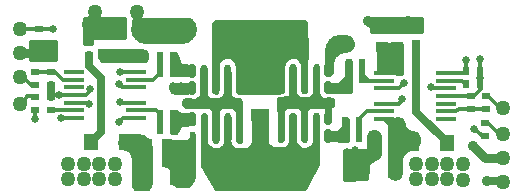
<source format=gbr>
G04 #@! TF.GenerationSoftware,KiCad,Pcbnew,(5.0.0)*
G04 #@! TF.CreationDate,2021-01-14T10:17:43-08:00*
G04 #@! TF.ProjectId,Buffer - Rev D,427566666572202D2052657620442E6B,rev?*
G04 #@! TF.SameCoordinates,Original*
G04 #@! TF.FileFunction,Copper,L1,Top,Signal*
G04 #@! TF.FilePolarity,Positive*
%FSLAX46Y46*%
G04 Gerber Fmt 4.6, Leading zero omitted, Abs format (unit mm)*
G04 Created by KiCad (PCBNEW (5.0.0)) date 01/14/21 10:17:43*
%MOMM*%
%LPD*%
G01*
G04 APERTURE LIST*
G04 #@! TA.AperFunction,SMDPad,CuDef*
%ADD10R,1.750000X0.300000*%
G04 #@! TD*
G04 #@! TA.AperFunction,ComponentPad*
%ADD11C,1.270000*%
G04 #@! TD*
G04 #@! TA.AperFunction,SMDPad,CuDef*
%ADD12R,1.000000X0.889000*%
G04 #@! TD*
G04 #@! TA.AperFunction,SMDPad,CuDef*
%ADD13R,0.711000X0.508000*%
G04 #@! TD*
G04 #@! TA.AperFunction,SMDPad,CuDef*
%ADD14R,1.500000X1.016000*%
G04 #@! TD*
G04 #@! TA.AperFunction,SMDPad,CuDef*
%ADD15R,1.193800X1.193800*%
G04 #@! TD*
G04 #@! TA.AperFunction,SMDPad,CuDef*
%ADD16R,0.889000X1.000000*%
G04 #@! TD*
G04 #@! TA.AperFunction,SMDPad,CuDef*
%ADD17R,0.508000X0.711000*%
G04 #@! TD*
G04 #@! TA.AperFunction,BGAPad,CuDef*
%ADD18C,0.400000*%
G04 #@! TD*
G04 #@! TA.AperFunction,SMDPad,CuDef*
%ADD19R,1.300000X1.400000*%
G04 #@! TD*
G04 #@! TA.AperFunction,ViaPad*
%ADD20C,0.635000*%
G04 #@! TD*
G04 #@! TA.AperFunction,ViaPad*
%ADD21C,0.889000*%
G04 #@! TD*
G04 #@! TA.AperFunction,Conductor*
%ADD22C,0.330200*%
G04 #@! TD*
G04 #@! TA.AperFunction,Conductor*
%ADD23C,0.635000*%
G04 #@! TD*
G04 #@! TA.AperFunction,Conductor*
%ADD24C,0.508000*%
G04 #@! TD*
G04 #@! TA.AperFunction,Conductor*
%ADD25C,0.762000*%
G04 #@! TD*
G04 #@! TA.AperFunction,Conductor*
%ADD26C,1.270000*%
G04 #@! TD*
G04 #@! TA.AperFunction,Conductor*
%ADD27C,0.152400*%
G04 #@! TD*
G04 #@! TA.AperFunction,Conductor*
%ADD28C,0.254000*%
G04 #@! TD*
G04 APERTURE END LIST*
D10*
G04 #@! TO.P,U2,14*
G04 #@! TO.N,/5.5V_Iso*
X9854000Y10450000D03*
G04 #@! TO.P,U2,1*
G04 #@! TO.N,Net-(U2-Pad1)*
X4604000Y10450000D03*
G04 #@! TO.P,U2,2*
G04 #@! TO.N,/In1*
X4604000Y9800000D03*
G04 #@! TO.P,U2,3*
G04 #@! TO.N,Net-(U2-Pad3)*
X4604000Y9150000D03*
G04 #@! TO.P,U2,4*
G04 #@! TO.N,/GNDI*
X4604000Y8500000D03*
G04 #@! TO.P,U2,5*
G04 #@! TO.N,/Enable1*
X4604000Y7850000D03*
G04 #@! TO.P,U2,6*
G04 #@! TO.N,/DT1*
X4604000Y7200000D03*
G04 #@! TO.P,U2,7*
G04 #@! TO.N,/5V*
X4604000Y6550000D03*
G04 #@! TO.P,U2,13*
G04 #@! TO.N,/OutA1*
X9854000Y9800000D03*
G04 #@! TO.P,U2,12*
G04 #@! TO.N,/Vc2Neg*
X9854000Y9150000D03*
G04 #@! TO.P,U2,10*
G04 #@! TO.N,/VDDB1*
X9854000Y7850000D03*
G04 #@! TO.P,U2,9*
G04 #@! TO.N,/OutB1*
X9854000Y7200000D03*
G04 #@! TO.P,U2,8*
G04 #@! TO.N,/LfNeg*
X9854000Y6550000D03*
G04 #@! TD*
D11*
G04 #@! TO.P,TP2,1*
G04 #@! TO.N,/Vc2Neg*
X21096200Y12300000D03*
G04 #@! TD*
G04 #@! TO.P,TP2,1*
G04 #@! TO.N,/Vc2Neg*
X19750000Y12300000D03*
G04 #@! TD*
D12*
G04 #@! TO.P,C8,1*
G04 #@! TO.N,/5.5V_Iso*
X30693185Y14253941D03*
G04 #@! TO.P,C8,2*
G04 #@! TO.N,/Vc2Neg*
X30693185Y12553941D03*
G04 #@! TD*
G04 #@! TO.P,C4,2*
G04 #@! TO.N,/Vc2Neg*
X8509000Y11977000D03*
G04 #@! TO.P,C4,1*
G04 #@! TO.N,/5.5V_Iso*
X8509000Y13677000D03*
G04 #@! TD*
G04 #@! TO.P,C2,1*
G04 #@! TO.N,/5.5V_Iso*
X31963185Y14253941D03*
G04 #@! TO.P,C2,2*
G04 #@! TO.N,/Vc2Neg*
X31963185Y12553941D03*
G04 #@! TD*
G04 #@! TO.P,C11,2*
G04 #@! TO.N,/Vc2Neg*
X7112000Y11977000D03*
G04 #@! TO.P,C11,1*
G04 #@! TO.N,/5.5V_Iso*
X7112000Y13677000D03*
G04 #@! TD*
D13*
G04 #@! TO.P,R11,2*
G04 #@! TO.N,/EnableL1*
X1300000Y8367000D03*
G04 #@! TO.P,R11,1*
G04 #@! TO.N,/Enable1*
X1300000Y7233000D03*
G04 #@! TD*
G04 #@! TO.P,R4,2*
G04 #@! TO.N,/Enable2*
X39370000Y5021000D03*
G04 #@! TO.P,R4,1*
G04 #@! TO.N,/EnableL2*
X39370000Y6155000D03*
G04 #@! TD*
D14*
G04 #@! TO.P,0.47uF1,2*
G04 #@! TO.N,/Vc2Neg*
X20307300Y8995700D03*
G04 #@! TO.P,0.47uF1,1*
G04 #@! TO.N,/Vc2Pos*
X20307300Y6777700D03*
G04 #@! TD*
D15*
G04 #@! TO.P,D8,2*
G04 #@! TO.N,/LfNeg*
X13338000Y1460500D03*
G04 #@! TO.P,D8,1*
G04 #@! TO.N,/VDDB1*
X10541000Y1460500D03*
G04 #@! TD*
G04 #@! TO.P,D7,2*
G04 #@! TO.N,/CfNeg*
X28953000Y2032000D03*
G04 #@! TO.P,D7,1*
G04 #@! TO.N,/VDDA2*
X31750000Y2032000D03*
G04 #@! TD*
D10*
G04 #@! TO.P,U1,14*
G04 #@! TO.N,/VDDA2*
X30850300Y6468200D03*
G04 #@! TO.P,U1,1*
G04 #@! TO.N,Net-(U1-Pad1)*
X36100300Y6468200D03*
G04 #@! TO.P,U1,2*
G04 #@! TO.N,/In2*
X36100300Y7118200D03*
G04 #@! TO.P,U1,3*
G04 #@! TO.N,Net-(U1-Pad3)*
X36100300Y7768200D03*
G04 #@! TO.P,U1,4*
G04 #@! TO.N,/GNDI*
X36100300Y8418200D03*
G04 #@! TO.P,U1,5*
G04 #@! TO.N,/Enable2*
X36100300Y9068200D03*
G04 #@! TO.P,U1,6*
G04 #@! TO.N,/DT2*
X36100300Y9718200D03*
G04 #@! TO.P,U1,7*
G04 #@! TO.N,/5V*
X36100300Y10368200D03*
G04 #@! TO.P,U1,13*
G04 #@! TO.N,/OutA2*
X30850300Y7118200D03*
G04 #@! TO.P,U1,12*
G04 #@! TO.N,/CfNeg*
X30850300Y7768200D03*
G04 #@! TO.P,U1,10*
G04 #@! TO.N,/5.5V_Iso*
X30850300Y9068200D03*
G04 #@! TO.P,U1,9*
G04 #@! TO.N,/OutB2*
X30850300Y9718200D03*
G04 #@! TO.P,U1,8*
G04 #@! TO.N,/Vc2Neg*
X30850300Y10368200D03*
G04 #@! TD*
D11*
G04 #@! TO.P,TP1,1*
G04 #@! TO.N,/Vc2Neg*
X9906000Y15494000D03*
G04 #@! TD*
G04 #@! TO.P,TP2,1*
G04 #@! TO.N,/Vc2Neg*
X18415000Y12334900D03*
G04 #@! TD*
G04 #@! TO.P,TP2,1*
G04 #@! TO.N,/Vc2Neg*
X18415000Y13604900D03*
G04 #@! TD*
G04 #@! TO.P,TP2,1*
G04 #@! TO.N,/Vc2Neg*
X22415500Y12334900D03*
G04 #@! TD*
G04 #@! TO.P,TP2,1*
G04 #@! TO.N,/Vc2Neg*
X21082000Y13604900D03*
G04 #@! TD*
G04 #@! TO.P,TP2,1*
G04 #@! TO.N,/Vc2Neg*
X22415500Y13604900D03*
G04 #@! TD*
G04 #@! TO.P,TP2,1*
G04 #@! TO.N,/Vc2Neg*
X19748500Y13604900D03*
G04 #@! TD*
G04 #@! TO.P,TP2,1*
G04 #@! TO.N,/Vc2Pos*
X21082000Y1397000D03*
G04 #@! TD*
G04 #@! TO.P,TP2,1*
G04 #@! TO.N,/Vc2Pos*
X22415500Y1397000D03*
G04 #@! TD*
G04 #@! TO.P,TP2,1*
G04 #@! TO.N,/LfNeg*
X8064500Y1397000D03*
G04 #@! TD*
G04 #@! TO.P,TP2,1*
G04 #@! TO.N,/CfNeg*
X37528500Y1320800D03*
G04 #@! TD*
G04 #@! TO.P,TP2,1*
G04 #@! TO.N,/CfNeg*
X36195000Y1397000D03*
G04 #@! TD*
G04 #@! TO.P,TP2,1*
G04 #@! TO.N,/CfNeg*
X33528000Y2667000D03*
G04 #@! TD*
G04 #@! TO.P,TP2,1*
G04 #@! TO.N,/CfNeg*
X33528000Y1397000D03*
G04 #@! TD*
G04 #@! TO.P,TP2,1*
G04 #@! TO.N,/CfNeg*
X36195000Y2667000D03*
G04 #@! TD*
G04 #@! TO.P,TP2,1*
G04 #@! TO.N,/CfNeg*
X34861500Y2667000D03*
G04 #@! TD*
G04 #@! TO.P,TP2,1*
G04 #@! TO.N,/CfNeg*
X34861500Y1397000D03*
G04 #@! TD*
G04 #@! TO.P,TP2,1*
G04 #@! TO.N,/CfNeg*
X37528500Y2667000D03*
G04 #@! TD*
G04 #@! TO.P,TP11,1*
G04 #@! TO.N,/PWM2*
X40894000Y7366000D03*
G04 #@! TD*
G04 #@! TO.P,TP2,1*
G04 #@! TO.N,/Vc2Pos*
X19748500Y1397000D03*
G04 #@! TD*
G04 #@! TO.P,TP2,1*
G04 #@! TO.N,/Vc2Pos*
X18415000Y1397000D03*
G04 #@! TD*
G04 #@! TO.P,TP2,1*
G04 #@! TO.N,/Vc2Pos*
X22415500Y2667000D03*
G04 #@! TD*
G04 #@! TO.P,TP2,1*
G04 #@! TO.N,/Vc2Pos*
X21082000Y2667000D03*
G04 #@! TD*
G04 #@! TO.P,TP2,1*
G04 #@! TO.N,/Vc2Pos*
X19748500Y2667000D03*
G04 #@! TD*
G04 #@! TO.P,TP2,1*
G04 #@! TO.N,/Vc2Pos*
X18415000Y2667000D03*
G04 #@! TD*
G04 #@! TO.P,TP2,1*
G04 #@! TO.N,/LfNeg*
X6731000Y2667000D03*
G04 #@! TD*
G04 #@! TO.P,TP2,1*
G04 #@! TO.N,/LfNeg*
X5397500Y2667000D03*
G04 #@! TD*
G04 #@! TO.P,TP2,1*
G04 #@! TO.N,/LfNeg*
X8064500Y2667000D03*
G04 #@! TD*
G04 #@! TO.P,TP2,1*
G04 #@! TO.N,/LfNeg*
X6731000Y1397000D03*
G04 #@! TD*
G04 #@! TO.P,TP2,1*
G04 #@! TO.N,/LfNeg*
X5397500Y1397000D03*
G04 #@! TD*
G04 #@! TO.P,TP2,1*
G04 #@! TO.N,/LfNeg*
X4064000Y2667000D03*
G04 #@! TD*
G04 #@! TO.P,TP2,1*
G04 #@! TO.N,/LfNeg*
X4064000Y1397000D03*
G04 #@! TD*
G04 #@! TO.P,TP15,1*
G04 #@! TO.N,/5.5V_Iso*
X6350000Y15494000D03*
G04 #@! TD*
G04 #@! TO.P,TP17,1*
G04 #@! TO.N,/5V*
X0Y14097000D03*
G04 #@! TD*
G04 #@! TO.P,TP5,1*
G04 #@! TO.N,/GNDI*
X40894000Y3175000D03*
G04 #@! TD*
G04 #@! TO.P,TP9,1*
G04 #@! TO.N,/EnableL2*
X40894000Y5207000D03*
G04 #@! TD*
G04 #@! TO.P,TP6,1*
G04 #@! TO.N,/EnableL1*
X0Y7731000D03*
G04 #@! TD*
G04 #@! TO.P,TP4,1*
G04 #@! TO.N,/5V*
X40894000Y1143000D03*
G04 #@! TD*
G04 #@! TO.P,TP3,1*
G04 #@! TO.N,/GNDI*
X0Y12065000D03*
G04 #@! TD*
G04 #@! TO.P,TP2,1*
G04 #@! TO.N,/PWMA1*
X0Y10033000D03*
G04 #@! TD*
D13*
G04 #@! TO.P,C1,2*
G04 #@! TO.N,/GNDI*
X1600000Y12933000D03*
G04 #@! TO.P,C1,1*
G04 #@! TO.N,/5V*
X1600000Y14067000D03*
G04 #@! TD*
G04 #@! TO.P,C3,1*
G04 #@! TO.N,/In1*
X2600000Y10473000D03*
G04 #@! TO.P,C3,2*
G04 #@! TO.N,/GNDI*
X2600000Y9339000D03*
G04 #@! TD*
D16*
G04 #@! TO.P,C5,2*
G04 #@! TO.N,/LfNeg*
X12459561Y4259246D03*
G04 #@! TO.P,C5,1*
G04 #@! TO.N,/VDDB1*
X10759561Y4259246D03*
G04 #@! TD*
G04 #@! TO.P,C6,2*
G04 #@! TO.N,/LfNeg*
X12445693Y2921000D03*
G04 #@! TO.P,C6,1*
G04 #@! TO.N,/VDDB1*
X10745693Y2921000D03*
G04 #@! TD*
G04 #@! TO.P,C7,2*
G04 #@! TO.N,/CfNeg*
X29934800Y4978400D03*
G04 #@! TO.P,C7,1*
G04 #@! TO.N,/VDDA2*
X31634800Y4978400D03*
G04 #@! TD*
G04 #@! TO.P,C9,2*
G04 #@! TO.N,/CfNeg*
X29934800Y3632200D03*
G04 #@! TO.P,C9,1*
G04 #@! TO.N,/VDDA2*
X31634800Y3632200D03*
G04 #@! TD*
D13*
G04 #@! TO.P,C10,2*
G04 #@! TO.N,/GNDI*
X38227000Y8441000D03*
G04 #@! TO.P,C10,1*
G04 #@! TO.N,/In2*
X38227000Y7307000D03*
G04 #@! TD*
D17*
G04 #@! TO.P,C12,2*
G04 #@! TO.N,/GNDI*
X38921000Y10541000D03*
G04 #@! TO.P,C12,1*
G04 #@! TO.N,/5V*
X37787000Y10541000D03*
G04 #@! TD*
G04 #@! TO.P,D2,2*
G04 #@! TO.N,/GateA1*
X12967000Y10400000D03*
G04 #@! TO.P,D2,1*
G04 #@! TO.N,/OutA1*
X11833000Y10400000D03*
G04 #@! TD*
G04 #@! TO.P,D3,2*
G04 #@! TO.N,/GateB1*
X12967000Y5527000D03*
G04 #@! TO.P,D3,1*
G04 #@! TO.N,/OutB1*
X11833000Y5527000D03*
G04 #@! TD*
G04 #@! TO.P,D4,2*
G04 #@! TO.N,/GateA2*
X27533000Y4900000D03*
G04 #@! TO.P,D4,1*
G04 #@! TO.N,/OutA2*
X28667000Y4900000D03*
G04 #@! TD*
G04 #@! TO.P,D5,2*
G04 #@! TO.N,/GateB2*
X27833000Y9900000D03*
G04 #@! TO.P,D5,1*
G04 #@! TO.N,/OutB2*
X28967000Y9900000D03*
G04 #@! TD*
D18*
G04 #@! TO.P,Q1,S*
G04 #@! TO.N,/LfNeg*
X18561193Y4700042D03*
G04 #@! TO.P,Q1,D*
G04 #@! TO.N,/Vc2Pos*
X17561193Y4700042D03*
G04 #@! TO.P,Q1,S*
G04 #@! TO.N,/LfNeg*
X16561193Y4700042D03*
G04 #@! TO.P,Q1,D*
G04 #@! TO.N,/Vc2Pos*
X15561193Y4700042D03*
G04 #@! TO.P,Q1,S*
G04 #@! TO.N,/LfNeg*
X14561193Y4700042D03*
X18561193Y5200042D03*
G04 #@! TO.P,Q1,D*
G04 #@! TO.N,/Vc2Pos*
X17561193Y5200042D03*
G04 #@! TO.P,Q1,S*
G04 #@! TO.N,/LfNeg*
X16561193Y5200042D03*
G04 #@! TO.P,Q1,D*
G04 #@! TO.N,/Vc2Pos*
X15561193Y5200042D03*
G04 #@! TO.P,Q1,S*
G04 #@! TO.N,/LfNeg*
X14561193Y5200042D03*
X18561193Y5700042D03*
G04 #@! TO.P,Q1,D*
G04 #@! TO.N,/Vc2Pos*
X17561193Y5700042D03*
G04 #@! TO.P,Q1,S2*
G04 #@! TO.N,/LfNeg*
X16561193Y5700042D03*
G04 #@! TO.P,Q1,D*
G04 #@! TO.N,/Vc2Pos*
X15561193Y5700042D03*
G04 #@! TO.P,Q1,S*
G04 #@! TO.N,/LfNeg*
X18561193Y6200042D03*
G04 #@! TO.P,Q1,D*
G04 #@! TO.N,/Vc2Pos*
X17561193Y6200042D03*
G04 #@! TO.P,Q1,S*
G04 #@! TO.N,/LfNeg*
X16561193Y6200042D03*
G04 #@! TO.P,Q1,D*
G04 #@! TO.N,/Vc2Pos*
X15561193Y6200042D03*
G04 #@! TO.P,Q1,G*
G04 #@! TO.N,/GateB1*
X14561193Y6200042D03*
G04 #@! TO.P,Q1,S*
G04 #@! TO.N,/LfNeg*
X18561193Y6700042D03*
G04 #@! TO.P,Q1,D*
G04 #@! TO.N,/Vc2Pos*
X17561193Y6700042D03*
G04 #@! TO.P,Q1,S*
G04 #@! TO.N,/LfNeg*
X16561193Y6700042D03*
G04 #@! TO.P,Q1,D*
G04 #@! TO.N,/Vc2Pos*
X15561193Y6700042D03*
G04 #@! TO.P,Q1,G*
G04 #@! TO.N,/GateB1*
X14561193Y6700042D03*
G04 #@! TD*
G04 #@! TO.P,Q2,S*
G04 #@! TO.N,/Vc2Neg*
X18548493Y8822342D03*
G04 #@! TO.P,Q2,D*
G04 #@! TO.N,/LfNeg*
X17548493Y8822342D03*
G04 #@! TO.P,Q2,S*
G04 #@! TO.N,/Vc2Neg*
X16548493Y8822342D03*
G04 #@! TO.P,Q2,D*
G04 #@! TO.N,/LfNeg*
X15548493Y8822342D03*
G04 #@! TO.P,Q2,S*
G04 #@! TO.N,/Vc2Neg*
X14548493Y8822342D03*
X18548493Y9322342D03*
G04 #@! TO.P,Q2,D*
G04 #@! TO.N,/LfNeg*
X17548493Y9322342D03*
G04 #@! TO.P,Q2,S*
G04 #@! TO.N,/Vc2Neg*
X16548493Y9322342D03*
G04 #@! TO.P,Q2,D*
G04 #@! TO.N,/LfNeg*
X15548493Y9322342D03*
G04 #@! TO.P,Q2,S*
G04 #@! TO.N,/Vc2Neg*
X14548493Y9322342D03*
X18548493Y9822342D03*
G04 #@! TO.P,Q2,D*
G04 #@! TO.N,/LfNeg*
X17548493Y9822342D03*
G04 #@! TO.P,Q2,S2*
G04 #@! TO.N,/Vc2Neg*
X16548493Y9822342D03*
G04 #@! TO.P,Q2,D*
G04 #@! TO.N,/LfNeg*
X15548493Y9822342D03*
G04 #@! TO.P,Q2,S*
G04 #@! TO.N,/Vc2Neg*
X18548493Y10322342D03*
G04 #@! TO.P,Q2,D*
G04 #@! TO.N,/LfNeg*
X17548493Y10322342D03*
G04 #@! TO.P,Q2,S*
G04 #@! TO.N,/Vc2Neg*
X16548493Y10322342D03*
G04 #@! TO.P,Q2,D*
G04 #@! TO.N,/LfNeg*
X15548493Y10322342D03*
G04 #@! TO.P,Q2,G*
G04 #@! TO.N,/GateA1*
X14548493Y10322342D03*
G04 #@! TO.P,Q2,S*
G04 #@! TO.N,/Vc2Neg*
X18548493Y10822342D03*
G04 #@! TO.P,Q2,D*
G04 #@! TO.N,/LfNeg*
X17548493Y10822342D03*
G04 #@! TO.P,Q2,S*
G04 #@! TO.N,/Vc2Neg*
X16548493Y10822342D03*
G04 #@! TO.P,Q2,D*
G04 #@! TO.N,/LfNeg*
X15548493Y10822342D03*
G04 #@! TO.P,Q2,G*
G04 #@! TO.N,/GateA1*
X14548493Y10822342D03*
G04 #@! TD*
G04 #@! TO.P,Q3,S*
G04 #@! TO.N,/CfNeg*
X22079200Y6763542D03*
G04 #@! TO.P,Q3,D*
G04 #@! TO.N,/Vc2Pos*
X23079200Y6763542D03*
G04 #@! TO.P,Q3,S*
G04 #@! TO.N,/CfNeg*
X24079200Y6763542D03*
G04 #@! TO.P,Q3,D*
G04 #@! TO.N,/Vc2Pos*
X25079200Y6763542D03*
G04 #@! TO.P,Q3,S*
G04 #@! TO.N,/CfNeg*
X26079200Y6763542D03*
X22079200Y6263542D03*
G04 #@! TO.P,Q3,D*
G04 #@! TO.N,/Vc2Pos*
X23079200Y6263542D03*
G04 #@! TO.P,Q3,S*
G04 #@! TO.N,/CfNeg*
X24079200Y6263542D03*
G04 #@! TO.P,Q3,D*
G04 #@! TO.N,/Vc2Pos*
X25079200Y6263542D03*
G04 #@! TO.P,Q3,S*
G04 #@! TO.N,/CfNeg*
X26079200Y6263542D03*
X22079200Y5763542D03*
G04 #@! TO.P,Q3,D*
G04 #@! TO.N,/Vc2Pos*
X23079200Y5763542D03*
G04 #@! TO.P,Q3,S2*
G04 #@! TO.N,/CfNeg*
X24079200Y5763542D03*
G04 #@! TO.P,Q3,D*
G04 #@! TO.N,/Vc2Pos*
X25079200Y5763542D03*
G04 #@! TO.P,Q3,S*
G04 #@! TO.N,/CfNeg*
X22079200Y5263542D03*
G04 #@! TO.P,Q3,D*
G04 #@! TO.N,/Vc2Pos*
X23079200Y5263542D03*
G04 #@! TO.P,Q3,S*
G04 #@! TO.N,/CfNeg*
X24079200Y5263542D03*
G04 #@! TO.P,Q3,D*
G04 #@! TO.N,/Vc2Pos*
X25079200Y5263542D03*
G04 #@! TO.P,Q3,G*
G04 #@! TO.N,/GateA2*
X26079200Y5263542D03*
G04 #@! TO.P,Q3,S*
G04 #@! TO.N,/CfNeg*
X22079200Y4763542D03*
G04 #@! TO.P,Q3,D*
G04 #@! TO.N,/Vc2Pos*
X23079200Y4763542D03*
G04 #@! TO.P,Q3,S*
G04 #@! TO.N,/CfNeg*
X24079200Y4763542D03*
G04 #@! TO.P,Q3,D*
G04 #@! TO.N,/Vc2Pos*
X25079200Y4763542D03*
G04 #@! TO.P,Q3,G*
G04 #@! TO.N,/GateA2*
X26079200Y4763542D03*
G04 #@! TD*
G04 #@! TO.P,Q4,S*
G04 #@! TO.N,/Vc2Neg*
X22067793Y10885842D03*
G04 #@! TO.P,Q4,D*
G04 #@! TO.N,/CfNeg*
X23067793Y10885842D03*
G04 #@! TO.P,Q4,S*
G04 #@! TO.N,/Vc2Neg*
X24067793Y10885842D03*
G04 #@! TO.P,Q4,D*
G04 #@! TO.N,/CfNeg*
X25067793Y10885842D03*
G04 #@! TO.P,Q4,S*
G04 #@! TO.N,/Vc2Neg*
X26067793Y10885842D03*
X22067793Y10385842D03*
G04 #@! TO.P,Q4,D*
G04 #@! TO.N,/CfNeg*
X23067793Y10385842D03*
G04 #@! TO.P,Q4,S*
G04 #@! TO.N,/Vc2Neg*
X24067793Y10385842D03*
G04 #@! TO.P,Q4,D*
G04 #@! TO.N,/CfNeg*
X25067793Y10385842D03*
G04 #@! TO.P,Q4,S*
G04 #@! TO.N,/Vc2Neg*
X26067793Y10385842D03*
X22067793Y9885842D03*
G04 #@! TO.P,Q4,D*
G04 #@! TO.N,/CfNeg*
X23067793Y9885842D03*
G04 #@! TO.P,Q4,S2*
G04 #@! TO.N,/Vc2Neg*
X24067793Y9885842D03*
G04 #@! TO.P,Q4,D*
G04 #@! TO.N,/CfNeg*
X25067793Y9885842D03*
G04 #@! TO.P,Q4,S*
G04 #@! TO.N,/Vc2Neg*
X22067793Y9385842D03*
G04 #@! TO.P,Q4,D*
G04 #@! TO.N,/CfNeg*
X23067793Y9385842D03*
G04 #@! TO.P,Q4,S*
G04 #@! TO.N,/Vc2Neg*
X24067793Y9385842D03*
G04 #@! TO.P,Q4,D*
G04 #@! TO.N,/CfNeg*
X25067793Y9385842D03*
G04 #@! TO.P,Q4,G*
G04 #@! TO.N,/GateB2*
X26067793Y9385842D03*
G04 #@! TO.P,Q4,S*
G04 #@! TO.N,/Vc2Neg*
X22067793Y8885842D03*
G04 #@! TO.P,Q4,D*
G04 #@! TO.N,/CfNeg*
X23067793Y8885842D03*
G04 #@! TO.P,Q4,S*
G04 #@! TO.N,/Vc2Neg*
X24067793Y8885842D03*
G04 #@! TO.P,Q4,D*
G04 #@! TO.N,/CfNeg*
X25067793Y8885842D03*
G04 #@! TO.P,Q4,G*
G04 #@! TO.N,/GateB2*
X26067793Y8885842D03*
G04 #@! TD*
D17*
G04 #@! TO.P,R1,2*
G04 #@! TO.N,/GNDI*
X38921000Y9398000D03*
G04 #@! TO.P,R1,1*
G04 #@! TO.N,/DT2*
X37787000Y9398000D03*
G04 #@! TD*
D13*
G04 #@! TO.P,R2,1*
G04 #@! TO.N,/PWMA1*
X1300000Y9339000D03*
G04 #@! TO.P,R2,2*
G04 #@! TO.N,/In1*
X1300000Y10473000D03*
G04 #@! TD*
G04 #@! TO.P,R3,1*
G04 #@! TO.N,/GNDI*
X2600000Y8367000D03*
G04 #@! TO.P,R3,2*
G04 #@! TO.N,/DT1*
X2600000Y7233000D03*
G04 #@! TD*
G04 #@! TO.P,R5,2*
G04 #@! TO.N,/5.5V_Iso*
X5842000Y13013000D03*
G04 #@! TO.P,R5,1*
G04 #@! TO.N,Net-(D1-Pad2)*
X5842000Y11879000D03*
G04 #@! TD*
D17*
G04 #@! TO.P,R6,2*
G04 #@! TO.N,/OutA1*
X11833000Y11800000D03*
G04 #@! TO.P,R6,1*
G04 #@! TO.N,/GateA1*
X12967000Y11800000D03*
G04 #@! TD*
G04 #@! TO.P,R7,2*
G04 #@! TO.N,/OutB1*
X11833000Y6927000D03*
G04 #@! TO.P,R7,1*
G04 #@! TO.N,/GateB1*
X12967000Y6927000D03*
G04 #@! TD*
G04 #@! TO.P,R8,2*
G04 #@! TO.N,/GateA2*
X27533000Y6300000D03*
G04 #@! TO.P,R8,1*
G04 #@! TO.N,/OutA2*
X28667000Y6300000D03*
G04 #@! TD*
G04 #@! TO.P,R9,2*
G04 #@! TO.N,/GateB2*
X27833000Y11200000D03*
G04 #@! TO.P,R9,1*
G04 #@! TO.N,/OutB2*
X28967000Y11200000D03*
G04 #@! TD*
D13*
G04 #@! TO.P,R10,1*
G04 #@! TO.N,/5.5V_Iso*
X33528000Y14029000D03*
G04 #@! TO.P,R10,2*
G04 #@! TO.N,Net-(D6-Pad2)*
X33528000Y12895000D03*
G04 #@! TD*
G04 #@! TO.P,R13,2*
G04 #@! TO.N,/In2*
X39497000Y7307000D03*
G04 #@! TO.P,R13,1*
G04 #@! TO.N,/PWM2*
X39497000Y8441000D03*
G04 #@! TD*
D19*
G04 #@! TO.P,D1,1*
G04 #@! TO.N,/VDDB1*
X8943000Y4508500D03*
G04 #@! TO.P,D1,2*
G04 #@! TO.N,Net-(D1-Pad2)*
X6043000Y4508500D03*
G04 #@! TD*
G04 #@! TO.P,D6,1*
G04 #@! TO.N,/VDDA2*
X33221000Y4445000D03*
G04 #@! TO.P,D6,2*
G04 #@! TO.N,Net-(D6-Pad2)*
X36121000Y4445000D03*
G04 #@! TD*
D20*
G04 #@! TO.N,/GNDI*
X38912800Y11531600D03*
X3276600Y8500000D03*
X2600000Y8813800D03*
X38921000Y9956800D03*
D21*
X38328600Y4216400D03*
D20*
X1651000Y12192000D03*
X2794000Y11684000D03*
X2032000Y11684000D03*
X2413000Y12192000D03*
X5948920Y9017000D03*
G04 #@! TO.N,/VDDB1*
X9880600Y1752600D03*
X9855200Y787400D03*
X8483600Y7874000D03*
D21*
G04 #@! TO.N,/CfNeg*
X23266400Y7874000D03*
X26162000Y7874000D03*
X25196800Y7874000D03*
X24231600Y7874000D03*
X22301200Y7874000D03*
D20*
X28384500Y3873500D03*
X27724100Y3708400D03*
X32385000Y8128000D03*
X27673300Y3009900D03*
D21*
G04 #@! TO.N,/5V*
X39547800Y1193800D03*
D20*
X2768600Y14122400D03*
X3454400Y6578600D03*
X37795200Y11506200D03*
D21*
G04 #@! TO.N,/5.5V_Iso*
X32816800Y14744700D03*
D20*
X8432800Y10464800D03*
X8138160Y13975080D03*
X7818120Y14523720D03*
X7487920Y13975080D03*
D21*
X29500000Y14750000D03*
D20*
X32512000Y9525000D03*
D21*
G04 #@! TO.N,/LfNeg*
X16319500Y7823200D03*
X14389100Y7823200D03*
X18249900Y7823200D03*
X17284700Y7823200D03*
X15354300Y7823200D03*
D20*
X13855700Y2984500D03*
X14478000Y2768600D03*
X13944600Y2311400D03*
X8407402Y6197600D03*
G04 #@! TO.N,/Vc2Neg*
X12499915Y13906500D03*
X13157200Y13919200D03*
X13817600Y13919200D03*
X30693185Y11791941D03*
X31496000Y11791941D03*
X27114500Y13208000D03*
X27432000Y12573000D03*
X26479500Y12954000D03*
X8382000Y9398000D03*
X13614400Y9258300D03*
X12954000Y9283700D03*
X11849100Y13919200D03*
X11201400Y13919200D03*
X9740900Y12077700D03*
X10261600Y11582400D03*
G04 #@! TO.N,/Enable1*
X1270000Y6477000D03*
X5841997Y7747003D03*
G04 #@! TO.N,/Enable2*
X38481000Y5588000D03*
X34798000Y9144000D03*
G04 #@! TD*
D22*
G04 #@! TO.N,/GNDI*
X2701500Y9339000D02*
X2600000Y8813800D01*
X2600000Y9339000D02*
X2701500Y9339000D01*
D23*
X2600000Y9339000D02*
X2600000Y8367001D01*
D24*
X38921000Y10541000D02*
X38921000Y9956800D01*
D22*
X38912800Y10549200D02*
X38921000Y10541000D01*
X38912800Y11531600D02*
X38912800Y10549200D01*
X38204200Y8418200D02*
X38227000Y8441000D01*
X36100300Y8418200D02*
X37465000Y8418200D01*
X38227000Y8441000D02*
X38311400Y8441000D01*
X38227000Y8441000D02*
X38438400Y8441000D01*
X38921000Y8923600D02*
X38684200Y8686800D01*
X38921000Y9398000D02*
X38921000Y8923600D01*
X38438400Y8441000D02*
X38684200Y8686800D01*
X38684200Y8686800D02*
X39014400Y9017000D01*
X37465000Y8418200D02*
X38204200Y8418200D01*
X3089800Y8500000D02*
X3276600Y8500000D01*
X3276600Y8500000D02*
X4604000Y8500000D01*
X2600000Y8813800D02*
X2769500Y9271000D01*
D24*
X38921000Y9956800D02*
X38921000Y9398000D01*
D25*
X39370000Y3175000D02*
X38773099Y3771901D01*
X38773099Y3771901D02*
X38328600Y4216400D01*
X40260590Y3175000D02*
X39370000Y3175000D01*
D22*
X2600000Y8367001D02*
X2767407Y8534408D01*
D25*
X1022395Y11938000D02*
X633410Y12065000D01*
X1651012Y11938000D02*
X1022395Y11938000D01*
X1600000Y11989012D02*
X1651012Y11938000D01*
X1022395Y11938000D02*
X1777999Y11938000D01*
X1651012Y11938000D02*
X1777999Y11938000D01*
X1777999Y11938000D02*
X1905000Y11810999D01*
X1905000Y11810999D02*
X1905000Y11810990D01*
D22*
X5948920Y8869920D02*
X5948920Y9017000D01*
X4604000Y8500000D02*
X5579000Y8500000D01*
X5579000Y8500000D02*
X5948920Y8869920D01*
G04 #@! TO.N,/VDDB1*
X9853600Y7848600D02*
X9854000Y7848200D01*
X8534400Y4917100D02*
X8943000Y4508500D01*
X8507600Y7850000D02*
X8483600Y7874000D01*
X9854000Y7850000D02*
X8507600Y7850000D01*
G04 #@! TO.N,Net-(D1-Pad2)*
X6043000Y4254500D02*
X6043000Y4304500D01*
D23*
X6043000Y4558500D02*
X6043000Y4508500D01*
X6858000Y5373500D02*
X6043000Y4558500D01*
X6858000Y9974000D02*
X6858000Y5373500D01*
X5842000Y11879000D02*
X5842000Y10990000D01*
X5842000Y10990000D02*
X6858000Y9974000D01*
G04 #@! TO.N,/GateB1*
X14561193Y6700042D02*
X14561193Y6200042D01*
G04 #@! TO.N,Net-(D6-Pad2)*
X36121000Y4495000D02*
X36121000Y4445000D01*
X33528000Y12827000D02*
X33528000Y7088000D01*
X33528000Y7088000D02*
X36121000Y4495000D01*
D25*
G04 #@! TO.N,/CfNeg*
X29731600Y3429000D02*
X29210000Y3073400D01*
D23*
X26079200Y6763542D02*
X26079200Y6263542D01*
D26*
X29934800Y4978400D02*
X29934800Y3632200D01*
D22*
X29731600Y3429000D02*
X30110711Y3361544D01*
X29207000Y2904400D02*
X29731600Y3429000D01*
X29207000Y2904400D02*
X29207000Y2904400D01*
D26*
X29768800Y3632200D02*
X29210000Y3073400D01*
X29934800Y3632200D02*
X29768800Y3632200D01*
X28953000Y2816400D02*
X29210000Y3073400D01*
X28953000Y2032000D02*
X28953000Y2816400D01*
D22*
X32055500Y7768200D02*
X32385000Y8097700D01*
X32385000Y8097700D02*
X32385000Y8128000D01*
X30850300Y7768200D02*
X32055500Y7768200D01*
D25*
X29210000Y3073400D02*
X29934800Y3632200D01*
D22*
G04 #@! TO.N,/5V*
X425710Y14105200D02*
X417510Y14097000D01*
D27*
X358610Y14067000D02*
X328610Y14097000D01*
D22*
X1600000Y14067000D02*
X358610Y14067000D01*
X2713200Y14067000D02*
X2768600Y14122400D01*
X1600000Y14067000D02*
X2713200Y14067000D01*
X4575400Y6578600D02*
X4604000Y6550000D01*
X3454400Y6578600D02*
X4575400Y6578600D01*
X37795200Y10549200D02*
X37787000Y10541000D01*
X37795200Y11506200D02*
X37795200Y10549200D01*
X37614200Y10368200D02*
X37787000Y10541000D01*
X36100300Y10368200D02*
X37614200Y10368200D01*
D23*
X39547800Y1193800D02*
X40324090Y1193800D01*
D22*
G04 #@! TO.N,/5.5V_Iso*
X30226000Y14732000D02*
X30226000Y14732000D01*
D25*
X8509000Y13677000D02*
X7670800Y13677000D01*
D26*
X6350000Y14478000D02*
X6350000Y14606590D01*
X5911590Y14606590D02*
X6350000Y14606590D01*
X5842000Y14537000D02*
X5911590Y14606590D01*
D22*
X9839200Y10464800D02*
X9854000Y10450000D01*
X8432800Y10464800D02*
X9839200Y10464800D01*
D25*
X7670800Y13677000D02*
X7112000Y13677000D01*
D22*
X30226000Y14731994D02*
X30352994Y14605000D01*
X30226000Y14859000D02*
X30226000Y14731994D01*
D25*
X29996059Y14253941D02*
X29944499Y14305501D01*
X29944499Y14305501D02*
X29500000Y14750000D01*
X30693185Y14253941D02*
X29996059Y14253941D01*
D22*
X32055500Y9068200D02*
X32512000Y9524700D01*
X32512000Y9524700D02*
X32512000Y9525000D01*
X30850300Y9068200D02*
X32055500Y9068200D01*
G04 #@! TO.N,/LfNeg*
X9854000Y6548200D02*
X8758002Y6548200D01*
X8724901Y6515099D02*
X8407402Y6197600D01*
X8758002Y6548200D02*
X8724901Y6515099D01*
G04 #@! TO.N,/PWMA1*
X1300000Y9339000D02*
X948000Y9339000D01*
X417510Y9869490D02*
X417510Y10033000D01*
X948000Y9339000D02*
X417510Y9869490D01*
D23*
G04 #@! TO.N,/GateA1*
X14548493Y10822342D02*
X14548493Y10322342D01*
D24*
G04 #@! TO.N,/GateA2*
X27533000Y6300000D02*
X27533000Y4900000D01*
D23*
X26079200Y5263542D02*
X26079200Y4763542D01*
D22*
G04 #@! TO.N,/VDDA2*
X31634800Y5683700D02*
X30850300Y6468200D01*
X31634800Y4978400D02*
X31634800Y5683700D01*
D24*
G04 #@! TO.N,/OutB1*
X11833000Y6927000D02*
X11833000Y5527000D01*
D22*
X11560000Y7200000D02*
X11833000Y6927000D01*
X9854000Y7200000D02*
X11560000Y7200000D01*
G04 #@! TO.N,/OutA1*
X11231200Y9798200D02*
X11833000Y10400000D01*
X9854000Y9798200D02*
X11231200Y9798200D01*
D24*
X11833000Y11800000D02*
X11833000Y10400000D01*
D22*
G04 #@! TO.N,/OutA2*
X30850300Y7118200D02*
X29617058Y7118200D01*
X29388558Y7118200D02*
X30850300Y7118200D01*
X28634000Y6262142D02*
X28634000Y6363642D01*
X28634000Y6363642D02*
X29388558Y7118200D01*
D24*
X28667000Y6300000D02*
X28667000Y4900000D01*
D22*
G04 #@! TO.N,/OutB2*
X28888000Y11112500D02*
X28951500Y11176000D01*
X29075800Y9718200D02*
X28888000Y9906000D01*
X30850300Y9718200D02*
X29075800Y9718200D01*
D24*
X28951500Y11176000D02*
X28951500Y9969500D01*
D23*
G04 #@! TO.N,/Vc2Neg*
X14548493Y9322342D02*
X14548493Y8822342D01*
X26067793Y10885842D02*
X26067793Y10385842D01*
D25*
X7112000Y11977000D02*
X8509000Y11977000D01*
X30693185Y11791941D02*
X30693185Y11791941D01*
D22*
X30850300Y11634826D02*
X30693185Y11791941D01*
D25*
X8509000Y11977000D02*
X8564500Y11977000D01*
X9834880Y14637452D02*
X9834880Y14188440D01*
X9834880Y14789470D02*
X9834880Y14637452D01*
X9906000Y14860590D02*
X9834880Y14789470D01*
X9834880Y13739428D02*
X9834880Y14188440D01*
X9893868Y13680440D02*
X9834880Y13739428D01*
X9906000Y13680440D02*
X9893868Y13680440D01*
X31242000Y11791941D02*
X31496000Y11791941D01*
X30693185Y11791941D02*
X31242000Y11791941D01*
D24*
X31496000Y11791941D02*
X31496000Y11013900D01*
D22*
X8630000Y9150000D02*
X8382000Y9398000D01*
X9854000Y9150000D02*
X8630000Y9150000D01*
D25*
X8509000Y11977000D02*
X8509000Y11977000D01*
D22*
G04 #@! TO.N,/PWM2*
X39598500Y8441000D02*
X40476490Y7563010D01*
X39497000Y8441000D02*
X39598500Y8441000D01*
G04 #@! TO.N,/Enable1*
X1300000Y7233000D02*
X1300000Y6507000D01*
X1300000Y6507000D02*
X1270000Y6477000D01*
X4604000Y7850000D02*
X5809200Y7850000D01*
X5841997Y7817203D02*
X5841997Y7747003D01*
X5809200Y7850000D02*
X5841997Y7817203D01*
G04 #@! TO.N,/In1*
X2989000Y10473000D02*
X2600000Y10473000D01*
X4604000Y9800000D02*
X3662000Y9800000D01*
X3662000Y9800000D02*
X2989000Y10473000D01*
X1300000Y10473000D02*
X2600000Y10473000D01*
G04 #@! TO.N,/DT1*
X4571001Y7232999D02*
X4604000Y7200000D01*
X2600000Y7232999D02*
X4571001Y7232999D01*
G04 #@! TO.N,/In2*
X38227000Y7307000D02*
X39497000Y7307000D01*
X37145800Y7307000D02*
X36957000Y7118200D01*
X38227000Y7307000D02*
X37145800Y7307000D01*
X36100300Y7118200D02*
X36957000Y7118200D01*
G04 #@! TO.N,/Enable2*
X39370000Y5021000D02*
X39175000Y5021000D01*
X39175000Y5021000D02*
X38481000Y5588000D01*
X38608000Y5588000D02*
X38481000Y5588000D01*
X38481000Y5588000D02*
X38608000Y5588000D01*
X34873800Y9068200D02*
X34798000Y9144000D01*
X36100300Y9068200D02*
X34873800Y9068200D01*
G04 #@! TO.N,/EnableL2*
X39370000Y6155000D02*
X39641200Y6155000D01*
X39641200Y6155000D02*
X40476490Y5319710D01*
G04 #@! TO.N,/EnableL1*
X1198500Y8367000D02*
X1183500Y8382000D01*
X1300000Y8367000D02*
X1198500Y8367000D01*
X1183500Y8382000D02*
X635000Y8382000D01*
X417510Y8148510D02*
X417510Y7731000D01*
X635000Y8366000D02*
X417510Y8148510D01*
X635000Y8382000D02*
X635000Y8366000D01*
G04 #@! TO.N,/DT2*
X37466800Y9718200D02*
X36100300Y9718200D01*
X37787000Y9398000D02*
X37466800Y9718200D01*
D23*
G04 #@! TO.N,/GateB2*
X26067793Y9385842D02*
X26067793Y8885842D01*
G04 #@! TD*
D28*
G04 #@! TO.N,/Vc2Pos*
G36*
X20830657Y7087565D02*
X20894552Y6936196D01*
X20915855Y4560973D01*
X20924097Y4517093D01*
X21001997Y4311604D01*
X21024915Y4273289D01*
X21107140Y4178729D01*
X21150318Y4146494D01*
X21389906Y4037331D01*
X21442563Y4025900D01*
X22326974Y4025900D01*
X22378007Y4036605D01*
X22611665Y4139140D01*
X22654095Y4169449D01*
X22768021Y4293281D01*
X22792877Y4333120D01*
X22876719Y4548086D01*
X22885400Y4594233D01*
X22885400Y4786882D01*
X22885399Y4787319D01*
X22885392Y4789355D01*
X22885390Y4789732D01*
X22873091Y6708446D01*
X22886645Y6775569D01*
X22892855Y6790061D01*
X22904282Y6813357D01*
X22924925Y6850514D01*
X22970517Y6901581D01*
X23027207Y6929376D01*
X23103084Y6932947D01*
X23169772Y6903131D01*
X23222286Y6847619D01*
X23225729Y6842453D01*
X23250165Y6776774D01*
X23251703Y6764473D01*
X23253664Y6732584D01*
X23250759Y4788912D01*
X23250760Y4788159D01*
X23250777Y4784326D01*
X23250783Y4783545D01*
X23252367Y4633859D01*
X23261911Y4586884D01*
X23351460Y4369216D01*
X23377736Y4329124D01*
X23602377Y4097463D01*
X23644048Y4068919D01*
X23871981Y3972445D01*
X23921483Y3962400D01*
X24271643Y3962400D01*
X24326028Y3974634D01*
X24571760Y4091081D01*
X24615668Y4125426D01*
X24796873Y4346899D01*
X24817139Y4381791D01*
X24888548Y4567742D01*
X24896845Y4607230D01*
X24904197Y4761612D01*
X24904305Y4764635D01*
X24904664Y4779737D01*
X24904700Y4782755D01*
X24904700Y6257030D01*
X24904690Y6258653D01*
X24904586Y6266792D01*
X24904554Y6268424D01*
X24893391Y6703774D01*
X24902077Y6772165D01*
X24922664Y6821864D01*
X24931525Y6837814D01*
X24977117Y6888881D01*
X25033807Y6916676D01*
X25109684Y6920247D01*
X25176372Y6890431D01*
X25228886Y6834919D01*
X25232329Y6829753D01*
X25256765Y6764074D01*
X25258265Y6752076D01*
X25260225Y6719775D01*
X25247884Y2758208D01*
X25220194Y2643880D01*
X24154655Y557200D01*
X16637183Y557200D01*
X16513026Y630041D01*
X15426198Y2515354D01*
X15392400Y2641658D01*
X15392400Y6193697D01*
X15392390Y6195320D01*
X15392286Y6203459D01*
X15392254Y6205091D01*
X15381091Y6640441D01*
X15389777Y6708832D01*
X15410364Y6758531D01*
X15419225Y6774481D01*
X15464817Y6825548D01*
X15521507Y6853343D01*
X15597384Y6856914D01*
X15664072Y6827098D01*
X15716586Y6771586D01*
X15720029Y6766420D01*
X15744465Y6700741D01*
X15746037Y6688162D01*
X15748000Y6656643D01*
X15748000Y4773825D01*
X15748081Y4769297D01*
X15748888Y4746676D01*
X15749130Y4742155D01*
X15765547Y4512321D01*
X15776166Y4469799D01*
X15863818Y4272541D01*
X15888260Y4236160D01*
X16019868Y4099069D01*
X16061689Y4070190D01*
X16290729Y3972569D01*
X16340524Y3962400D01*
X16823129Y3962400D01*
X16875608Y3973750D01*
X17114551Y4082175D01*
X17157649Y4114195D01*
X17262994Y4234589D01*
X17283843Y4267484D01*
X17360715Y4443890D01*
X17370615Y4481557D01*
X17387685Y4646571D01*
X17388358Y4660118D01*
X17388227Y4694830D01*
X17387777Y4702660D01*
X17387912Y4702668D01*
X17386170Y4732403D01*
X17373947Y6639155D01*
X17383345Y6707863D01*
X17404264Y6758364D01*
X17413125Y6774314D01*
X17458717Y6825381D01*
X17515407Y6853176D01*
X17591284Y6856747D01*
X17657972Y6826931D01*
X17710486Y6771419D01*
X17713929Y6766253D01*
X17738365Y6700574D01*
X17739937Y6687995D01*
X17741900Y6656476D01*
X17741900Y4758206D01*
X17740346Y4730142D01*
X17734958Y4681650D01*
X17734181Y4667875D01*
X17734046Y4598990D01*
X17734769Y4585212D01*
X17747672Y4464782D01*
X17753769Y4437254D01*
X17799061Y4304677D01*
X17811080Y4279174D01*
X17884777Y4159415D01*
X17930417Y4115431D01*
X18197546Y3964349D01*
X18258758Y3947900D01*
X19146588Y3938747D01*
X19206359Y3952996D01*
X19471002Y4090224D01*
X19517088Y4130866D01*
X19619559Y4279449D01*
X19636184Y4313522D01*
X19692311Y4492360D01*
X19698137Y4529822D01*
X19708876Y6935264D01*
X19772420Y7087233D01*
X19924675Y7150100D01*
X20678722Y7150100D01*
X20830657Y7087565D01*
X20830657Y7087565D01*
G37*
X20830657Y7087565D02*
X20894552Y6936196D01*
X20915855Y4560973D01*
X20924097Y4517093D01*
X21001997Y4311604D01*
X21024915Y4273289D01*
X21107140Y4178729D01*
X21150318Y4146494D01*
X21389906Y4037331D01*
X21442563Y4025900D01*
X22326974Y4025900D01*
X22378007Y4036605D01*
X22611665Y4139140D01*
X22654095Y4169449D01*
X22768021Y4293281D01*
X22792877Y4333120D01*
X22876719Y4548086D01*
X22885400Y4594233D01*
X22885400Y4786882D01*
X22885399Y4787319D01*
X22885392Y4789355D01*
X22885390Y4789732D01*
X22873091Y6708446D01*
X22886645Y6775569D01*
X22892855Y6790061D01*
X22904282Y6813357D01*
X22924925Y6850514D01*
X22970517Y6901581D01*
X23027207Y6929376D01*
X23103084Y6932947D01*
X23169772Y6903131D01*
X23222286Y6847619D01*
X23225729Y6842453D01*
X23250165Y6776774D01*
X23251703Y6764473D01*
X23253664Y6732584D01*
X23250759Y4788912D01*
X23250760Y4788159D01*
X23250777Y4784326D01*
X23250783Y4783545D01*
X23252367Y4633859D01*
X23261911Y4586884D01*
X23351460Y4369216D01*
X23377736Y4329124D01*
X23602377Y4097463D01*
X23644048Y4068919D01*
X23871981Y3972445D01*
X23921483Y3962400D01*
X24271643Y3962400D01*
X24326028Y3974634D01*
X24571760Y4091081D01*
X24615668Y4125426D01*
X24796873Y4346899D01*
X24817139Y4381791D01*
X24888548Y4567742D01*
X24896845Y4607230D01*
X24904197Y4761612D01*
X24904305Y4764635D01*
X24904664Y4779737D01*
X24904700Y4782755D01*
X24904700Y6257030D01*
X24904690Y6258653D01*
X24904586Y6266792D01*
X24904554Y6268424D01*
X24893391Y6703774D01*
X24902077Y6772165D01*
X24922664Y6821864D01*
X24931525Y6837814D01*
X24977117Y6888881D01*
X25033807Y6916676D01*
X25109684Y6920247D01*
X25176372Y6890431D01*
X25228886Y6834919D01*
X25232329Y6829753D01*
X25256765Y6764074D01*
X25258265Y6752076D01*
X25260225Y6719775D01*
X25247884Y2758208D01*
X25220194Y2643880D01*
X24154655Y557200D01*
X16637183Y557200D01*
X16513026Y630041D01*
X15426198Y2515354D01*
X15392400Y2641658D01*
X15392400Y6193697D01*
X15392390Y6195320D01*
X15392286Y6203459D01*
X15392254Y6205091D01*
X15381091Y6640441D01*
X15389777Y6708832D01*
X15410364Y6758531D01*
X15419225Y6774481D01*
X15464817Y6825548D01*
X15521507Y6853343D01*
X15597384Y6856914D01*
X15664072Y6827098D01*
X15716586Y6771586D01*
X15720029Y6766420D01*
X15744465Y6700741D01*
X15746037Y6688162D01*
X15748000Y6656643D01*
X15748000Y4773825D01*
X15748081Y4769297D01*
X15748888Y4746676D01*
X15749130Y4742155D01*
X15765547Y4512321D01*
X15776166Y4469799D01*
X15863818Y4272541D01*
X15888260Y4236160D01*
X16019868Y4099069D01*
X16061689Y4070190D01*
X16290729Y3972569D01*
X16340524Y3962400D01*
X16823129Y3962400D01*
X16875608Y3973750D01*
X17114551Y4082175D01*
X17157649Y4114195D01*
X17262994Y4234589D01*
X17283843Y4267484D01*
X17360715Y4443890D01*
X17370615Y4481557D01*
X17387685Y4646571D01*
X17388358Y4660118D01*
X17388227Y4694830D01*
X17387777Y4702660D01*
X17387912Y4702668D01*
X17386170Y4732403D01*
X17373947Y6639155D01*
X17383345Y6707863D01*
X17404264Y6758364D01*
X17413125Y6774314D01*
X17458717Y6825381D01*
X17515407Y6853176D01*
X17591284Y6856747D01*
X17657972Y6826931D01*
X17710486Y6771419D01*
X17713929Y6766253D01*
X17738365Y6700574D01*
X17739937Y6687995D01*
X17741900Y6656476D01*
X17741900Y4758206D01*
X17740346Y4730142D01*
X17734958Y4681650D01*
X17734181Y4667875D01*
X17734046Y4598990D01*
X17734769Y4585212D01*
X17747672Y4464782D01*
X17753769Y4437254D01*
X17799061Y4304677D01*
X17811080Y4279174D01*
X17884777Y4159415D01*
X17930417Y4115431D01*
X18197546Y3964349D01*
X18258758Y3947900D01*
X19146588Y3938747D01*
X19206359Y3952996D01*
X19471002Y4090224D01*
X19517088Y4130866D01*
X19619559Y4279449D01*
X19636184Y4313522D01*
X19692311Y4492360D01*
X19698137Y4529822D01*
X19708876Y6935264D01*
X19772420Y7087233D01*
X19924675Y7150100D01*
X20678722Y7150100D01*
X20830657Y7087565D01*
G04 #@! TO.N,/Vc2Neg*
G36*
X24194938Y14669123D02*
X24258472Y14517130D01*
X24268258Y12245594D01*
X24268255Y12242710D01*
X24257011Y10682811D01*
X24257009Y10682340D01*
X24257001Y10680052D01*
X24257000Y10679608D01*
X24257000Y8936505D01*
X24255446Y8908446D01*
X24249532Y8855221D01*
X24240289Y8813137D01*
X24217244Y8775850D01*
X24217094Y8775700D01*
X24052241Y8775700D01*
X23970913Y8742013D01*
X23942633Y8763613D01*
X23922236Y8791913D01*
X23905351Y8845966D01*
X23903952Y8855762D01*
X23901400Y8891664D01*
X23901400Y10346629D01*
X23901391Y10348171D01*
X23901297Y10355912D01*
X23901268Y10357467D01*
X23889168Y10853539D01*
X23888696Y10861815D01*
X23884985Y10903088D01*
X23883972Y10911321D01*
X23840214Y11191367D01*
X23827362Y11230452D01*
X23733547Y11410477D01*
X23708874Y11443402D01*
X23557404Y11588814D01*
X23518360Y11614403D01*
X23306619Y11702759D01*
X23260966Y11712512D01*
X23003823Y11719105D01*
X22960324Y11712602D01*
X22754893Y11643967D01*
X22716220Y11623016D01*
X22524099Y11470644D01*
X22495939Y11439430D01*
X22384472Y11264651D01*
X22368045Y11225954D01*
X22262636Y10786030D01*
X22260017Y10771337D01*
X22251277Y10697356D01*
X22250400Y10682456D01*
X22250400Y8936505D01*
X22248846Y8908443D01*
X22241154Y8839212D01*
X22235116Y8811725D01*
X22234985Y8805126D01*
X22233880Y8805310D01*
X22228957Y8775700D01*
X22121841Y8775700D01*
X21900020Y8683819D01*
X18581322Y8661913D01*
X18429259Y8724900D01*
X18402287Y8724900D01*
X18398239Y8730516D01*
X18382878Y8782532D01*
X18378454Y8822346D01*
X18376900Y8850406D01*
X18376900Y10311131D01*
X18376890Y10312754D01*
X18376786Y10320893D01*
X18376754Y10322525D01*
X18364750Y10790673D01*
X18364180Y10799875D01*
X18359662Y10845713D01*
X18358425Y10854846D01*
X18303842Y11171245D01*
X18290893Y11209150D01*
X18198246Y11383875D01*
X18174137Y11415861D01*
X18001833Y11581784D01*
X17959718Y11608688D01*
X17731348Y11697382D01*
X17682115Y11705955D01*
X17416261Y11699138D01*
X17379396Y11692676D01*
X17203782Y11634204D01*
X17170401Y11617277D01*
X16964613Y11471234D01*
X16930184Y11434598D01*
X16800321Y11225192D01*
X16782805Y11178066D01*
X16731339Y10852114D01*
X16730174Y10842240D01*
X16726289Y10792722D01*
X16725900Y10782789D01*
X16725900Y8885705D01*
X16724346Y8857646D01*
X16718432Y8804421D01*
X16709189Y8762337D01*
X16686144Y8725050D01*
X16676405Y8715311D01*
X16655485Y8696587D01*
X16645640Y8688710D01*
X16617681Y8675682D01*
X16498859Y8724900D01*
X16402821Y8724900D01*
X16391639Y8740415D01*
X16376278Y8792431D01*
X16371854Y8832245D01*
X16370300Y8860305D01*
X16370300Y10319980D01*
X16370392Y10326758D01*
X16382838Y10787281D01*
X16382872Y10788995D01*
X16382988Y10797573D01*
X16383000Y10799290D01*
X16383000Y14516237D01*
X16446196Y14668804D01*
X16598763Y14732000D01*
X24042675Y14732000D01*
X24194938Y14669123D01*
X24194938Y14669123D01*
G37*
X24194938Y14669123D02*
X24258472Y14517130D01*
X24268258Y12245594D01*
X24268255Y12242710D01*
X24257011Y10682811D01*
X24257009Y10682340D01*
X24257001Y10680052D01*
X24257000Y10679608D01*
X24257000Y8936505D01*
X24255446Y8908446D01*
X24249532Y8855221D01*
X24240289Y8813137D01*
X24217244Y8775850D01*
X24217094Y8775700D01*
X24052241Y8775700D01*
X23970913Y8742013D01*
X23942633Y8763613D01*
X23922236Y8791913D01*
X23905351Y8845966D01*
X23903952Y8855762D01*
X23901400Y8891664D01*
X23901400Y10346629D01*
X23901391Y10348171D01*
X23901297Y10355912D01*
X23901268Y10357467D01*
X23889168Y10853539D01*
X23888696Y10861815D01*
X23884985Y10903088D01*
X23883972Y10911321D01*
X23840214Y11191367D01*
X23827362Y11230452D01*
X23733547Y11410477D01*
X23708874Y11443402D01*
X23557404Y11588814D01*
X23518360Y11614403D01*
X23306619Y11702759D01*
X23260966Y11712512D01*
X23003823Y11719105D01*
X22960324Y11712602D01*
X22754893Y11643967D01*
X22716220Y11623016D01*
X22524099Y11470644D01*
X22495939Y11439430D01*
X22384472Y11264651D01*
X22368045Y11225954D01*
X22262636Y10786030D01*
X22260017Y10771337D01*
X22251277Y10697356D01*
X22250400Y10682456D01*
X22250400Y8936505D01*
X22248846Y8908443D01*
X22241154Y8839212D01*
X22235116Y8811725D01*
X22234985Y8805126D01*
X22233880Y8805310D01*
X22228957Y8775700D01*
X22121841Y8775700D01*
X21900020Y8683819D01*
X18581322Y8661913D01*
X18429259Y8724900D01*
X18402287Y8724900D01*
X18398239Y8730516D01*
X18382878Y8782532D01*
X18378454Y8822346D01*
X18376900Y8850406D01*
X18376900Y10311131D01*
X18376890Y10312754D01*
X18376786Y10320893D01*
X18376754Y10322525D01*
X18364750Y10790673D01*
X18364180Y10799875D01*
X18359662Y10845713D01*
X18358425Y10854846D01*
X18303842Y11171245D01*
X18290893Y11209150D01*
X18198246Y11383875D01*
X18174137Y11415861D01*
X18001833Y11581784D01*
X17959718Y11608688D01*
X17731348Y11697382D01*
X17682115Y11705955D01*
X17416261Y11699138D01*
X17379396Y11692676D01*
X17203782Y11634204D01*
X17170401Y11617277D01*
X16964613Y11471234D01*
X16930184Y11434598D01*
X16800321Y11225192D01*
X16782805Y11178066D01*
X16731339Y10852114D01*
X16730174Y10842240D01*
X16726289Y10792722D01*
X16725900Y10782789D01*
X16725900Y8885705D01*
X16724346Y8857646D01*
X16718432Y8804421D01*
X16709189Y8762337D01*
X16686144Y8725050D01*
X16676405Y8715311D01*
X16655485Y8696587D01*
X16645640Y8688710D01*
X16617681Y8675682D01*
X16498859Y8724900D01*
X16402821Y8724900D01*
X16391639Y8740415D01*
X16376278Y8792431D01*
X16371854Y8832245D01*
X16370300Y8860305D01*
X16370300Y10319980D01*
X16370392Y10326758D01*
X16382838Y10787281D01*
X16382872Y10788995D01*
X16382988Y10797573D01*
X16383000Y10799290D01*
X16383000Y14516237D01*
X16446196Y14668804D01*
X16598763Y14732000D01*
X24042675Y14732000D01*
X24194938Y14669123D01*
G04 #@! TO.N,/LfNeg*
G36*
X15638672Y10941731D02*
X15691186Y10886219D01*
X15694629Y10881053D01*
X15719065Y10815374D01*
X15720637Y10802795D01*
X15722600Y10771276D01*
X15722600Y8889659D01*
X15722615Y8887716D01*
X15722764Y8877978D01*
X15722809Y8876026D01*
X15731294Y8599530D01*
X15742598Y8550914D01*
X15843772Y8328114D01*
X15872936Y8287611D01*
X15885776Y8275674D01*
X15926544Y8250197D01*
X16146749Y8165261D01*
X16194064Y8156762D01*
X16836782Y8164918D01*
X16872744Y8170593D01*
X17044833Y8223892D01*
X17077706Y8239536D01*
X17132896Y8276329D01*
X17173793Y8320911D01*
X17310481Y8570043D01*
X17326110Y8628487D01*
X17372095Y10835755D01*
X17386809Y10895303D01*
X17423432Y10931926D01*
X17456979Y10948700D01*
X17490248Y10962480D01*
X17502159Y10966450D01*
X17575240Y10966450D01*
X17595396Y10959731D01*
X17618231Y10950875D01*
X17644236Y10939317D01*
X17702824Y10893471D01*
X17730822Y10814105D01*
X17741863Y10173775D01*
X17741900Y10169454D01*
X17741900Y9421321D01*
X17741903Y9420466D01*
X17741932Y9416156D01*
X17741941Y9415287D01*
X17752364Y8647448D01*
X17768441Y8587304D01*
X17910389Y8332832D01*
X17953116Y8287555D01*
X18014814Y8248292D01*
X18047491Y8233502D01*
X18217949Y8183865D01*
X18253456Y8178800D01*
X18384795Y8178800D01*
X18417768Y8165142D01*
X18537010Y8165142D01*
X18656604Y8115604D01*
X18719800Y7963037D01*
X18719800Y7143068D01*
X18719820Y7140805D01*
X18720022Y7129473D01*
X18720083Y7127203D01*
X18732338Y6784079D01*
X18732500Y6774991D01*
X18732500Y6655844D01*
X18732501Y6655418D01*
X18732508Y6653330D01*
X18732510Y6652921D01*
X18745055Y4745923D01*
X18743508Y4716203D01*
X18737732Y4664221D01*
X18728489Y4622137D01*
X18705444Y4584850D01*
X18695705Y4575111D01*
X18674785Y4556387D01*
X18664940Y4548510D01*
X18635510Y4534797D01*
X18629085Y4533512D01*
X18615149Y4531125D01*
X18587214Y4527134D01*
X18527334Y4526609D01*
X18462977Y4548061D01*
X18430833Y4572613D01*
X18410939Y4600215D01*
X18395578Y4652231D01*
X18391154Y4692045D01*
X18389600Y4720105D01*
X18389600Y6180830D01*
X18389590Y6182453D01*
X18389486Y6190592D01*
X18389454Y6192225D01*
X18378117Y6634344D01*
X18378005Y6637337D01*
X18377268Y6652298D01*
X18377085Y6655289D01*
X18347891Y7055501D01*
X18335009Y7102679D01*
X18228415Y7317653D01*
X18198661Y7356464D01*
X18169944Y7381803D01*
X18130833Y7405366D01*
X17920768Y7484792D01*
X17875852Y7493000D01*
X17200313Y7493000D01*
X17151712Y7483333D01*
X16927205Y7390339D01*
X16886003Y7362809D01*
X16868791Y7345597D01*
X16841261Y7304395D01*
X16748267Y7079888D01*
X16738600Y7031287D01*
X16738600Y4758205D01*
X16737046Y4730146D01*
X16731132Y4676921D01*
X16721889Y4634837D01*
X16698844Y4597550D01*
X16689105Y4587811D01*
X16668185Y4569087D01*
X16658340Y4561210D01*
X16628910Y4547497D01*
X16622485Y4546212D01*
X16608549Y4543825D01*
X16580614Y4539834D01*
X16520734Y4539309D01*
X16456377Y4560761D01*
X16424233Y4585313D01*
X16404339Y4612915D01*
X16388978Y4664931D01*
X16384554Y4704745D01*
X16383000Y4732805D01*
X16383000Y6193530D01*
X16382990Y6195153D01*
X16382886Y6203292D01*
X16382854Y6204924D01*
X16370840Y6673454D01*
X16372842Y6689215D01*
X16376166Y6714341D01*
X16377248Y6732931D01*
X16372260Y7060437D01*
X16361471Y7109761D01*
X16265040Y7328358D01*
X16235881Y7369585D01*
X16233114Y7372189D01*
X16192895Y7397759D01*
X15975292Y7484055D01*
X15928474Y7493000D01*
X14058763Y7493000D01*
X13906196Y7556196D01*
X13843000Y7708763D01*
X13843000Y7959614D01*
X13906949Y8112893D01*
X14060873Y8175275D01*
X14123431Y8174637D01*
X14246221Y8092591D01*
X14548493Y8032465D01*
X14850766Y8092591D01*
X15048240Y8224539D01*
X15086255Y8236996D01*
X15122909Y8256082D01*
X15168737Y8290453D01*
X15205225Y8333484D01*
X15332069Y8577535D01*
X15346319Y8632125D01*
X15354126Y8881179D01*
X15354162Y8882589D01*
X15354306Y8889705D01*
X15354327Y8891141D01*
X15366946Y10305781D01*
X15366947Y10307979D01*
X15366855Y10318949D01*
X15366817Y10321139D01*
X15355691Y10755074D01*
X15364377Y10823465D01*
X15384964Y10873164D01*
X15393825Y10889114D01*
X15439417Y10940181D01*
X15496107Y10967976D01*
X15571984Y10971547D01*
X15638672Y10941731D01*
X15638672Y10941731D01*
G37*
X15638672Y10941731D02*
X15691186Y10886219D01*
X15694629Y10881053D01*
X15719065Y10815374D01*
X15720637Y10802795D01*
X15722600Y10771276D01*
X15722600Y8889659D01*
X15722615Y8887716D01*
X15722764Y8877978D01*
X15722809Y8876026D01*
X15731294Y8599530D01*
X15742598Y8550914D01*
X15843772Y8328114D01*
X15872936Y8287611D01*
X15885776Y8275674D01*
X15926544Y8250197D01*
X16146749Y8165261D01*
X16194064Y8156762D01*
X16836782Y8164918D01*
X16872744Y8170593D01*
X17044833Y8223892D01*
X17077706Y8239536D01*
X17132896Y8276329D01*
X17173793Y8320911D01*
X17310481Y8570043D01*
X17326110Y8628487D01*
X17372095Y10835755D01*
X17386809Y10895303D01*
X17423432Y10931926D01*
X17456979Y10948700D01*
X17490248Y10962480D01*
X17502159Y10966450D01*
X17575240Y10966450D01*
X17595396Y10959731D01*
X17618231Y10950875D01*
X17644236Y10939317D01*
X17702824Y10893471D01*
X17730822Y10814105D01*
X17741863Y10173775D01*
X17741900Y10169454D01*
X17741900Y9421321D01*
X17741903Y9420466D01*
X17741932Y9416156D01*
X17741941Y9415287D01*
X17752364Y8647448D01*
X17768441Y8587304D01*
X17910389Y8332832D01*
X17953116Y8287555D01*
X18014814Y8248292D01*
X18047491Y8233502D01*
X18217949Y8183865D01*
X18253456Y8178800D01*
X18384795Y8178800D01*
X18417768Y8165142D01*
X18537010Y8165142D01*
X18656604Y8115604D01*
X18719800Y7963037D01*
X18719800Y7143068D01*
X18719820Y7140805D01*
X18720022Y7129473D01*
X18720083Y7127203D01*
X18732338Y6784079D01*
X18732500Y6774991D01*
X18732500Y6655844D01*
X18732501Y6655418D01*
X18732508Y6653330D01*
X18732510Y6652921D01*
X18745055Y4745923D01*
X18743508Y4716203D01*
X18737732Y4664221D01*
X18728489Y4622137D01*
X18705444Y4584850D01*
X18695705Y4575111D01*
X18674785Y4556387D01*
X18664940Y4548510D01*
X18635510Y4534797D01*
X18629085Y4533512D01*
X18615149Y4531125D01*
X18587214Y4527134D01*
X18527334Y4526609D01*
X18462977Y4548061D01*
X18430833Y4572613D01*
X18410939Y4600215D01*
X18395578Y4652231D01*
X18391154Y4692045D01*
X18389600Y4720105D01*
X18389600Y6180830D01*
X18389590Y6182453D01*
X18389486Y6190592D01*
X18389454Y6192225D01*
X18378117Y6634344D01*
X18378005Y6637337D01*
X18377268Y6652298D01*
X18377085Y6655289D01*
X18347891Y7055501D01*
X18335009Y7102679D01*
X18228415Y7317653D01*
X18198661Y7356464D01*
X18169944Y7381803D01*
X18130833Y7405366D01*
X17920768Y7484792D01*
X17875852Y7493000D01*
X17200313Y7493000D01*
X17151712Y7483333D01*
X16927205Y7390339D01*
X16886003Y7362809D01*
X16868791Y7345597D01*
X16841261Y7304395D01*
X16748267Y7079888D01*
X16738600Y7031287D01*
X16738600Y4758205D01*
X16737046Y4730146D01*
X16731132Y4676921D01*
X16721889Y4634837D01*
X16698844Y4597550D01*
X16689105Y4587811D01*
X16668185Y4569087D01*
X16658340Y4561210D01*
X16628910Y4547497D01*
X16622485Y4546212D01*
X16608549Y4543825D01*
X16580614Y4539834D01*
X16520734Y4539309D01*
X16456377Y4560761D01*
X16424233Y4585313D01*
X16404339Y4612915D01*
X16388978Y4664931D01*
X16384554Y4704745D01*
X16383000Y4732805D01*
X16383000Y6193530D01*
X16382990Y6195153D01*
X16382886Y6203292D01*
X16382854Y6204924D01*
X16370840Y6673454D01*
X16372842Y6689215D01*
X16376166Y6714341D01*
X16377248Y6732931D01*
X16372260Y7060437D01*
X16361471Y7109761D01*
X16265040Y7328358D01*
X16235881Y7369585D01*
X16233114Y7372189D01*
X16192895Y7397759D01*
X15975292Y7484055D01*
X15928474Y7493000D01*
X14058763Y7493000D01*
X13906196Y7556196D01*
X13843000Y7708763D01*
X13843000Y7959614D01*
X13906949Y8112893D01*
X14060873Y8175275D01*
X14123431Y8174637D01*
X14246221Y8092591D01*
X14548493Y8032465D01*
X14850766Y8092591D01*
X15048240Y8224539D01*
X15086255Y8236996D01*
X15122909Y8256082D01*
X15168737Y8290453D01*
X15205225Y8333484D01*
X15332069Y8577535D01*
X15346319Y8632125D01*
X15354126Y8881179D01*
X15354162Y8882589D01*
X15354306Y8889705D01*
X15354327Y8891141D01*
X15366946Y10305781D01*
X15366947Y10307979D01*
X15366855Y10318949D01*
X15366817Y10321139D01*
X15355691Y10755074D01*
X15364377Y10823465D01*
X15384964Y10873164D01*
X15393825Y10889114D01*
X15439417Y10940181D01*
X15496107Y10967976D01*
X15571984Y10971547D01*
X15638672Y10941731D01*
G04 #@! TO.N,/GateB2*
G36*
X27990800Y8788400D02*
X25958800Y8788400D01*
X25958800Y9474200D01*
X27000200Y9474200D01*
X27048801Y9483867D01*
X27097764Y9519897D01*
X27605764Y10129497D01*
X27629451Y10173022D01*
X27635177Y10213242D01*
X27612266Y11404600D01*
X27990800Y11404600D01*
X27990800Y8788400D01*
X27990800Y8788400D01*
G37*
X27990800Y8788400D02*
X25958800Y8788400D01*
X25958800Y9474200D01*
X27000200Y9474200D01*
X27048801Y9483867D01*
X27097764Y9519897D01*
X27605764Y10129497D01*
X27629451Y10173022D01*
X27635177Y10213242D01*
X27612266Y11404600D01*
X27990800Y11404600D01*
X27990800Y8788400D01*
G04 #@! TO.N,/GateA1*
G36*
X13517913Y11114926D02*
X13540843Y11070997D01*
X13578839Y11039188D01*
X13629739Y11023999D01*
X14665176Y10941713D01*
X14676745Y10174311D01*
X12827000Y10160923D01*
X12827000Y12065000D01*
X13239843Y12065000D01*
X13517913Y11114926D01*
X13517913Y11114926D01*
G37*
X13517913Y11114926D02*
X13540843Y11070997D01*
X13578839Y11039188D01*
X13629739Y11023999D01*
X14665176Y10941713D01*
X14676745Y10174311D01*
X12827000Y10160923D01*
X12827000Y12065000D01*
X13239843Y12065000D01*
X13517913Y11114926D01*
G04 #@! TO.N,/GateA2*
G36*
X27787600Y4635765D02*
X26009600Y4657990D01*
X26009600Y5348666D01*
X26851141Y5370812D01*
X26899471Y5381754D01*
X26937603Y5407965D01*
X27344003Y5814365D01*
X27371533Y5855567D01*
X27381125Y5908545D01*
X27360255Y6513768D01*
X27787600Y6513768D01*
X27787600Y4635765D01*
X27787600Y4635765D01*
G37*
X27787600Y4635765D02*
X26009600Y4657990D01*
X26009600Y5348666D01*
X26851141Y5370812D01*
X26899471Y5381754D01*
X26937603Y5407965D01*
X27344003Y5814365D01*
X27371533Y5855567D01*
X27381125Y5908545D01*
X27360255Y6513768D01*
X27787600Y6513768D01*
X27787600Y4635765D01*
G04 #@! TO.N,/OutB2*
G36*
X29486728Y9806431D02*
X29517491Y9760391D01*
X29580634Y9718200D01*
X29519573Y9677400D01*
X28851412Y9677400D01*
X28835572Y10342677D01*
X29486728Y9806431D01*
X29486728Y9806431D01*
G37*
X29486728Y9806431D02*
X29517491Y9760391D01*
X29580634Y9718200D01*
X29519573Y9677400D01*
X28851412Y9677400D01*
X28835572Y10342677D01*
X29486728Y9806431D01*
G04 #@! TO.N,/5.5V_Iso*
G36*
X34036000Y13843000D02*
X29718000Y13843000D01*
X29718000Y15013000D01*
X34036000Y15013000D01*
X34036000Y13843000D01*
X34036000Y13843000D01*
G37*
X34036000Y13843000D02*
X29718000Y13843000D01*
X29718000Y15013000D01*
X34036000Y15013000D01*
X34036000Y13843000D01*
G36*
X8895080Y13339905D02*
X5461000Y13335175D01*
X5461000Y15013000D01*
X8895080Y15013000D01*
X8895080Y13339905D01*
X8895080Y13339905D01*
G37*
X8895080Y13339905D02*
X5461000Y13335175D01*
X5461000Y15013000D01*
X8895080Y15013000D01*
X8895080Y13339905D01*
G36*
X6096000Y12827000D02*
X5461000Y12827000D01*
X5461000Y13462000D01*
X6096000Y13462000D01*
X6096000Y12827000D01*
X6096000Y12827000D01*
G37*
X6096000Y12827000D02*
X5461000Y12827000D01*
X5461000Y13462000D01*
X6096000Y13462000D01*
X6096000Y12827000D01*
G04 #@! TO.N,/GateB1*
G36*
X13220735Y7163633D02*
X13673583Y6877623D01*
X13741400Y6858000D01*
X14755915Y6858000D01*
X14746137Y6017071D01*
X13713209Y5994369D01*
X13664833Y5983636D01*
X13624246Y5955208D01*
X13607774Y5933854D01*
X13200451Y5270500D01*
X12827000Y5270500D01*
X12827000Y7172581D01*
X13220735Y7163633D01*
X13220735Y7163633D01*
G37*
X13220735Y7163633D02*
X13673583Y6877623D01*
X13741400Y6858000D01*
X14755915Y6858000D01*
X14746137Y6017071D01*
X13713209Y5994369D01*
X13664833Y5983636D01*
X13624246Y5955208D01*
X13607774Y5933854D01*
X13200451Y5270500D01*
X12827000Y5270500D01*
X12827000Y7172581D01*
X13220735Y7163633D01*
G04 #@! TO.N,/5.5V_Iso*
G36*
X8890000Y13334318D02*
X8305800Y13331175D01*
X8305800Y14034014D01*
X8890000Y14034014D01*
X8890000Y13334318D01*
X8890000Y13334318D01*
G37*
X8890000Y13334318D02*
X8305800Y13331175D01*
X8305800Y14034014D01*
X8890000Y14034014D01*
X8890000Y13334318D01*
G04 #@! TO.N,/VDDA2*
G36*
X32268459Y6484664D02*
X32443464Y6309659D01*
X32597998Y5732930D01*
X32630868Y5675997D01*
X32853997Y5452868D01*
X32910930Y5419998D01*
X33215730Y5338327D01*
X33248600Y5334000D01*
X33257279Y5334000D01*
X33525759Y5262061D01*
X33710061Y5077759D01*
X33782000Y4809279D01*
X33782000Y4588721D01*
X33693046Y4256741D01*
X33462259Y4025954D01*
X32733130Y3830584D01*
X32676197Y3797714D01*
X32397286Y3518803D01*
X32364416Y3461870D01*
X32262327Y3080870D01*
X32258000Y3048000D01*
X32258000Y1921721D01*
X32186061Y1653241D01*
X32001759Y1468939D01*
X31750000Y1401481D01*
X31498241Y1468939D01*
X31313939Y1653241D01*
X31242000Y1921721D01*
X31242000Y5901479D01*
X31330954Y6233459D01*
X31561741Y6464246D01*
X31702801Y6502043D01*
X31725300Y6502043D01*
X31903691Y6537527D01*
X31927147Y6553200D01*
X32012679Y6553200D01*
X32268459Y6484664D01*
X32268459Y6484664D01*
G37*
X32268459Y6484664D02*
X32443464Y6309659D01*
X32597998Y5732930D01*
X32630868Y5675997D01*
X32853997Y5452868D01*
X32910930Y5419998D01*
X33215730Y5338327D01*
X33248600Y5334000D01*
X33257279Y5334000D01*
X33525759Y5262061D01*
X33710061Y5077759D01*
X33782000Y4809279D01*
X33782000Y4588721D01*
X33693046Y4256741D01*
X33462259Y4025954D01*
X32733130Y3830584D01*
X32676197Y3797714D01*
X32397286Y3518803D01*
X32364416Y3461870D01*
X32262327Y3080870D01*
X32258000Y3048000D01*
X32258000Y1921721D01*
X32186061Y1653241D01*
X32001759Y1468939D01*
X31750000Y1401481D01*
X31498241Y1468939D01*
X31313939Y1653241D01*
X31242000Y1921721D01*
X31242000Y5901479D01*
X31330954Y6233459D01*
X31561741Y6464246D01*
X31702801Y6502043D01*
X31725300Y6502043D01*
X31903691Y6537527D01*
X31927147Y6553200D01*
X32012679Y6553200D01*
X32268459Y6484664D01*
G04 #@! TO.N,/LfNeg*
G36*
X14687403Y5289403D02*
X14732000Y5181737D01*
X14732000Y1647509D01*
X14663248Y1301870D01*
X14474545Y1019455D01*
X14192130Y830752D01*
X13846491Y762000D01*
X13601509Y762000D01*
X13298347Y822303D01*
X13051944Y986944D01*
X12887303Y1233347D01*
X12827000Y1536509D01*
X12827000Y2070100D01*
X12817333Y2118701D01*
X12716900Y2361168D01*
X12689370Y2402370D01*
X12648168Y2429900D01*
X12211835Y2610635D01*
X12141200Y2781163D01*
X12141200Y3686491D01*
X12209952Y4032130D01*
X12398655Y4314545D01*
X12681070Y4503248D01*
X13026709Y4572000D01*
X13970000Y4572000D01*
X14018601Y4581667D01*
X14288009Y4693259D01*
X14329210Y4720789D01*
X14356741Y4761991D01*
X14468333Y5031399D01*
X14478000Y5080000D01*
X14478000Y5181737D01*
X14522597Y5289403D01*
X14605000Y5323536D01*
X14687403Y5289403D01*
X14687403Y5289403D01*
G37*
X14687403Y5289403D02*
X14732000Y5181737D01*
X14732000Y1647509D01*
X14663248Y1301870D01*
X14474545Y1019455D01*
X14192130Y830752D01*
X13846491Y762000D01*
X13601509Y762000D01*
X13298347Y822303D01*
X13051944Y986944D01*
X12887303Y1233347D01*
X12827000Y1536509D01*
X12827000Y2070100D01*
X12817333Y2118701D01*
X12716900Y2361168D01*
X12689370Y2402370D01*
X12648168Y2429900D01*
X12211835Y2610635D01*
X12141200Y2781163D01*
X12141200Y3686491D01*
X12209952Y4032130D01*
X12398655Y4314545D01*
X12681070Y4503248D01*
X13026709Y4572000D01*
X13970000Y4572000D01*
X14018601Y4581667D01*
X14288009Y4693259D01*
X14329210Y4720789D01*
X14356741Y4761991D01*
X14468333Y5031399D01*
X14478000Y5080000D01*
X14478000Y5181737D01*
X14522597Y5289403D01*
X14605000Y5323536D01*
X14687403Y5289403D01*
G04 #@! TO.N,/GNDI*
G36*
X3048000Y11430000D02*
X889000Y11430000D01*
X889000Y13081000D01*
X3048000Y13081000D01*
X3048000Y11430000D01*
X3048000Y11430000D01*
G37*
X3048000Y11430000D02*
X889000Y11430000D01*
X889000Y13081000D01*
X3048000Y13081000D01*
X3048000Y11430000D01*
G04 #@! TO.N,/VDDB1*
G36*
X10405856Y4998451D02*
X10744391Y4773185D01*
X10971384Y4435800D01*
X11055030Y4024878D01*
X11069802Y1129490D01*
X11011003Y826832D01*
X10847606Y580595D01*
X10812738Y557200D01*
X9807795Y557200D01*
X9772778Y580463D01*
X9606406Y827084D01*
X9544004Y1130931D01*
X9529050Y3239415D01*
X9524529Y3272108D01*
X9446066Y3558164D01*
X9413074Y3614690D01*
X9202589Y3823688D01*
X9145830Y3856279D01*
X8859370Y3932672D01*
X8859370Y3932673D01*
X8606491Y4000431D01*
X8445431Y4161491D01*
X8382000Y4398221D01*
X8382000Y4491779D01*
X8462446Y4792009D01*
X8669991Y4999554D01*
X8970221Y5080000D01*
X9994510Y5080000D01*
X10405856Y4998451D01*
X10405856Y4998451D01*
G37*
X10405856Y4998451D02*
X10744391Y4773185D01*
X10971384Y4435800D01*
X11055030Y4024878D01*
X11069802Y1129490D01*
X11011003Y826832D01*
X10847606Y580595D01*
X10812738Y557200D01*
X9807795Y557200D01*
X9772778Y580463D01*
X9606406Y827084D01*
X9544004Y1130931D01*
X9529050Y3239415D01*
X9524529Y3272108D01*
X9446066Y3558164D01*
X9413074Y3614690D01*
X9202589Y3823688D01*
X9145830Y3856279D01*
X8859370Y3932672D01*
X8859370Y3932673D01*
X8606491Y4000431D01*
X8445431Y4161491D01*
X8382000Y4398221D01*
X8382000Y4491779D01*
X8462446Y4792009D01*
X8669991Y4999554D01*
X8970221Y5080000D01*
X9994510Y5080000D01*
X10405856Y4998451D01*
G04 #@! TO.N,/Vc2Neg*
G36*
X14564659Y9393876D02*
X14702476Y9256059D01*
X14752920Y9067800D01*
X14702476Y8879541D01*
X14564659Y8741724D01*
X14501871Y8724900D01*
X14209741Y8724900D01*
X14117760Y8686800D01*
X13097721Y8686800D01*
X12892741Y8741724D01*
X12754924Y8879541D01*
X12704480Y9067800D01*
X12754924Y9256059D01*
X12892741Y9393876D01*
X13097721Y9448800D01*
X14359679Y9448800D01*
X14564659Y9393876D01*
X14564659Y9393876D01*
G37*
X14564659Y9393876D02*
X14702476Y9256059D01*
X14752920Y9067800D01*
X14702476Y8879541D01*
X14564659Y8741724D01*
X14501871Y8724900D01*
X14209741Y8724900D01*
X14117760Y8686800D01*
X13097721Y8686800D01*
X12892741Y8741724D01*
X12754924Y8879541D01*
X12704480Y9067800D01*
X12754924Y9256059D01*
X12892741Y9393876D01*
X13097721Y9448800D01*
X14359679Y9448800D01*
X14564659Y9393876D01*
G36*
X14460007Y14843189D02*
X14699727Y14497291D01*
X14790501Y14086631D01*
X14718337Y13678726D01*
X14494282Y13330635D01*
X14153110Y13096185D01*
X13735211Y13009178D01*
X10609812Y12987722D01*
X10188425Y13068913D01*
X9841272Y13298725D01*
X9609081Y13644294D01*
X9527489Y14052656D01*
X9608895Y14463651D01*
X9840883Y14812677D01*
X10025029Y14936800D01*
X14315955Y14936800D01*
X14460007Y14843189D01*
X14460007Y14843189D01*
G37*
X14460007Y14843189D02*
X14699727Y14497291D01*
X14790501Y14086631D01*
X14718337Y13678726D01*
X14494282Y13330635D01*
X14153110Y13096185D01*
X13735211Y13009178D01*
X10609812Y12987722D01*
X10188425Y13068913D01*
X9841272Y13298725D01*
X9609081Y13644294D01*
X9527489Y14052656D01*
X9608895Y14463651D01*
X9840883Y14812677D01*
X10025029Y14936800D01*
X14315955Y14936800D01*
X14460007Y14843189D01*
G04 #@! TO.N,/CfNeg*
G36*
X23137046Y11031715D02*
X23198197Y10985852D01*
X23245700Y10914598D01*
X23253700Y10850596D01*
X23253700Y9175664D01*
X23253737Y9172604D01*
X23266437Y8645640D01*
X23277272Y8597286D01*
X23310390Y8552583D01*
X23589790Y8311283D01*
X23632891Y8286833D01*
X23672800Y8280400D01*
X23812113Y8280400D01*
X23937068Y8228642D01*
X24198518Y8228642D01*
X24323473Y8280400D01*
X24523700Y8280400D01*
X24572301Y8290067D01*
X24608074Y8312479D01*
X24836674Y8515679D01*
X24866576Y8555193D01*
X24879163Y8604698D01*
X24904563Y9150701D01*
X24904700Y9156603D01*
X24904700Y10363200D01*
X24904658Y10366455D01*
X24892457Y10842309D01*
X24908506Y10898481D01*
X24951015Y10974997D01*
X24999472Y11009610D01*
X25075953Y11032554D01*
X25143646Y11019015D01*
X25204797Y10973152D01*
X25252300Y10901898D01*
X25260300Y10837896D01*
X25260300Y8559800D01*
X25269967Y8511199D01*
X25291723Y8476170D01*
X25558423Y8171370D01*
X25597702Y8141160D01*
X25654000Y8128000D01*
X25906743Y8128000D01*
X26067793Y8095965D01*
X26228843Y8128000D01*
X26543000Y8128000D01*
X26543000Y7560558D01*
X26381664Y7549178D01*
X26333864Y7536115D01*
X26294702Y7505755D01*
X26270139Y7462718D01*
X26263600Y7422493D01*
X26263600Y6680200D01*
X25882600Y6680200D01*
X25882600Y7386438D01*
X25872933Y7435039D01*
X25845403Y7476241D01*
X25804201Y7503771D01*
X25751844Y7513382D01*
X24630206Y7480193D01*
X24562785Y7458429D01*
X24300123Y7280680D01*
X24265290Y7245435D01*
X24244302Y7174817D01*
X24256962Y4819993D01*
X24246563Y4726399D01*
X24234898Y4691404D01*
X24197564Y4654070D01*
X24163694Y4626974D01*
X24133953Y4621026D01*
X24065373Y4611229D01*
X24005858Y4618668D01*
X23953778Y4648428D01*
X23929574Y4672632D01*
X23910822Y4710137D01*
X23901400Y4794932D01*
X23901400Y6273800D01*
X23901358Y6277055D01*
X23895825Y6492858D01*
X23888070Y6527216D01*
X23875981Y7228392D01*
X23865477Y7276819D01*
X23822855Y7329520D01*
X23645055Y7456617D01*
X23599895Y7477016D01*
X23572916Y7480288D01*
X22633116Y7492988D01*
X22567735Y7475890D01*
X22326435Y7336093D01*
X22289228Y7303365D01*
X22267378Y7258889D01*
X22263100Y7226203D01*
X22263100Y6453843D01*
X22260067Y6449304D01*
X22250400Y6400703D01*
X22250400Y4820332D01*
X22239963Y4726399D01*
X22228298Y4691404D01*
X22190964Y4654070D01*
X22157094Y4626974D01*
X22127353Y4621026D01*
X22058773Y4611229D01*
X21999258Y4618668D01*
X21947178Y4648428D01*
X21922974Y4672632D01*
X21904222Y4710137D01*
X21894800Y4794932D01*
X21894800Y6680200D01*
X21894553Y6688122D01*
X21844000Y7496970D01*
X21844000Y8265949D01*
X21846464Y8266171D01*
X21937068Y8228642D01*
X22198518Y8228642D01*
X22412489Y8317272D01*
X22782519Y8350678D01*
X22830054Y8364676D01*
X22868613Y8395800D01*
X22892327Y8439310D01*
X22898100Y8477164D01*
X22898100Y10375900D01*
X22898058Y10379155D01*
X22885857Y10855009D01*
X22901906Y10911181D01*
X22944415Y10987697D01*
X22992872Y11022310D01*
X23069353Y11045254D01*
X23137046Y11031715D01*
X23137046Y11031715D01*
G37*
X23137046Y11031715D02*
X23198197Y10985852D01*
X23245700Y10914598D01*
X23253700Y10850596D01*
X23253700Y9175664D01*
X23253737Y9172604D01*
X23266437Y8645640D01*
X23277272Y8597286D01*
X23310390Y8552583D01*
X23589790Y8311283D01*
X23632891Y8286833D01*
X23672800Y8280400D01*
X23812113Y8280400D01*
X23937068Y8228642D01*
X24198518Y8228642D01*
X24323473Y8280400D01*
X24523700Y8280400D01*
X24572301Y8290067D01*
X24608074Y8312479D01*
X24836674Y8515679D01*
X24866576Y8555193D01*
X24879163Y8604698D01*
X24904563Y9150701D01*
X24904700Y9156603D01*
X24904700Y10363200D01*
X24904658Y10366455D01*
X24892457Y10842309D01*
X24908506Y10898481D01*
X24951015Y10974997D01*
X24999472Y11009610D01*
X25075953Y11032554D01*
X25143646Y11019015D01*
X25204797Y10973152D01*
X25252300Y10901898D01*
X25260300Y10837896D01*
X25260300Y8559800D01*
X25269967Y8511199D01*
X25291723Y8476170D01*
X25558423Y8171370D01*
X25597702Y8141160D01*
X25654000Y8128000D01*
X25906743Y8128000D01*
X26067793Y8095965D01*
X26228843Y8128000D01*
X26543000Y8128000D01*
X26543000Y7560558D01*
X26381664Y7549178D01*
X26333864Y7536115D01*
X26294702Y7505755D01*
X26270139Y7462718D01*
X26263600Y7422493D01*
X26263600Y6680200D01*
X25882600Y6680200D01*
X25882600Y7386438D01*
X25872933Y7435039D01*
X25845403Y7476241D01*
X25804201Y7503771D01*
X25751844Y7513382D01*
X24630206Y7480193D01*
X24562785Y7458429D01*
X24300123Y7280680D01*
X24265290Y7245435D01*
X24244302Y7174817D01*
X24256962Y4819993D01*
X24246563Y4726399D01*
X24234898Y4691404D01*
X24197564Y4654070D01*
X24163694Y4626974D01*
X24133953Y4621026D01*
X24065373Y4611229D01*
X24005858Y4618668D01*
X23953778Y4648428D01*
X23929574Y4672632D01*
X23910822Y4710137D01*
X23901400Y4794932D01*
X23901400Y6273800D01*
X23901358Y6277055D01*
X23895825Y6492858D01*
X23888070Y6527216D01*
X23875981Y7228392D01*
X23865477Y7276819D01*
X23822855Y7329520D01*
X23645055Y7456617D01*
X23599895Y7477016D01*
X23572916Y7480288D01*
X22633116Y7492988D01*
X22567735Y7475890D01*
X22326435Y7336093D01*
X22289228Y7303365D01*
X22267378Y7258889D01*
X22263100Y7226203D01*
X22263100Y6453843D01*
X22260067Y6449304D01*
X22250400Y6400703D01*
X22250400Y4820332D01*
X22239963Y4726399D01*
X22228298Y4691404D01*
X22190964Y4654070D01*
X22157094Y4626974D01*
X22127353Y4621026D01*
X22058773Y4611229D01*
X21999258Y4618668D01*
X21947178Y4648428D01*
X21922974Y4672632D01*
X21904222Y4710137D01*
X21894800Y4794932D01*
X21894800Y6680200D01*
X21894553Y6688122D01*
X21844000Y7496970D01*
X21844000Y8265949D01*
X21846464Y8266171D01*
X21937068Y8228642D01*
X22198518Y8228642D01*
X22412489Y8317272D01*
X22782519Y8350678D01*
X22830054Y8364676D01*
X22868613Y8395800D01*
X22892327Y8439310D01*
X22898100Y8477164D01*
X22898100Y10375900D01*
X22898058Y10379155D01*
X22885857Y10855009D01*
X22901906Y10911181D01*
X22944415Y10987697D01*
X22992872Y11022310D01*
X23069353Y11045254D01*
X23137046Y11031715D01*
G36*
X29373000Y1375261D02*
X27393900Y1347964D01*
X27393900Y3843939D01*
X29373000Y3871236D01*
X29373000Y1375261D01*
X29373000Y1375261D01*
G37*
X29373000Y1375261D02*
X27393900Y1347964D01*
X27393900Y3843939D01*
X29373000Y3871236D01*
X29373000Y1375261D01*
G04 #@! TO.N,/Vc2Neg*
G36*
X32385000Y10299700D02*
X32357903Y10299700D01*
X32327242Y10287000D01*
X31921460Y10287000D01*
X31903691Y10298873D01*
X31725300Y10334357D01*
X30942471Y10334357D01*
X30911588Y10340500D01*
X30353000Y10340500D01*
X30353000Y12827000D01*
X32385000Y12827000D01*
X32385000Y10299700D01*
X32385000Y10299700D01*
G37*
X32385000Y10299700D02*
X32357903Y10299700D01*
X32327242Y10287000D01*
X31921460Y10287000D01*
X31903691Y10298873D01*
X31725300Y10334357D01*
X30942471Y10334357D01*
X30911588Y10340500D01*
X30353000Y10340500D01*
X30353000Y12827000D01*
X32385000Y12827000D01*
X32385000Y10299700D01*
G36*
X27874259Y13373046D02*
X28105046Y13142259D01*
X28189519Y12827000D01*
X28105046Y12511741D01*
X27874259Y12280954D01*
X27542279Y12192000D01*
X27432000Y12192000D01*
X27407224Y12189560D01*
X27067018Y12121889D01*
X27021237Y12102926D01*
X26732825Y11910215D01*
X26697785Y11875175D01*
X26505074Y11586763D01*
X26486111Y11540982D01*
X26418440Y11200776D01*
X26416000Y11176000D01*
X26416000Y10439263D01*
X26334206Y10241794D01*
X26162000Y10170464D01*
X25989794Y10241794D01*
X25908000Y10439263D01*
X25908000Y12306491D01*
X25997305Y12755455D01*
X26244536Y13125464D01*
X26614545Y13372695D01*
X27063509Y13462000D01*
X27542279Y13462000D01*
X27874259Y13373046D01*
X27874259Y13373046D01*
G37*
X27874259Y13373046D02*
X28105046Y13142259D01*
X28189519Y12827000D01*
X28105046Y12511741D01*
X27874259Y12280954D01*
X27542279Y12192000D01*
X27432000Y12192000D01*
X27407224Y12189560D01*
X27067018Y12121889D01*
X27021237Y12102926D01*
X26732825Y11910215D01*
X26697785Y11875175D01*
X26505074Y11586763D01*
X26486111Y11540982D01*
X26418440Y11200776D01*
X26416000Y11176000D01*
X26416000Y10439263D01*
X26334206Y10241794D01*
X26162000Y10170464D01*
X25989794Y10241794D01*
X25908000Y10439263D01*
X25908000Y12306491D01*
X25997305Y12755455D01*
X26244536Y13125464D01*
X26614545Y13372695D01*
X27063509Y13462000D01*
X27542279Y13462000D01*
X27874259Y13373046D01*
G36*
X10554634Y12225915D02*
X10727315Y12053234D01*
X10790520Y11817350D01*
X10727315Y11581466D01*
X10554634Y11408785D01*
X10302029Y11341100D01*
X7236671Y11341100D01*
X6984066Y11408785D01*
X6811385Y11581466D01*
X6748180Y11817350D01*
X6811385Y12053234D01*
X6984066Y12225915D01*
X7236671Y12293600D01*
X10302029Y12293600D01*
X10554634Y12225915D01*
X10554634Y12225915D01*
G37*
X10554634Y12225915D02*
X10727315Y12053234D01*
X10790520Y11817350D01*
X10727315Y11581466D01*
X10554634Y11408785D01*
X10302029Y11341100D01*
X7236671Y11341100D01*
X6984066Y11408785D01*
X6811385Y11581466D01*
X6748180Y11817350D01*
X6811385Y12053234D01*
X6984066Y12225915D01*
X7236671Y12293600D01*
X10302029Y12293600D01*
X10554634Y12225915D01*
G04 #@! TD*
M02*

</source>
